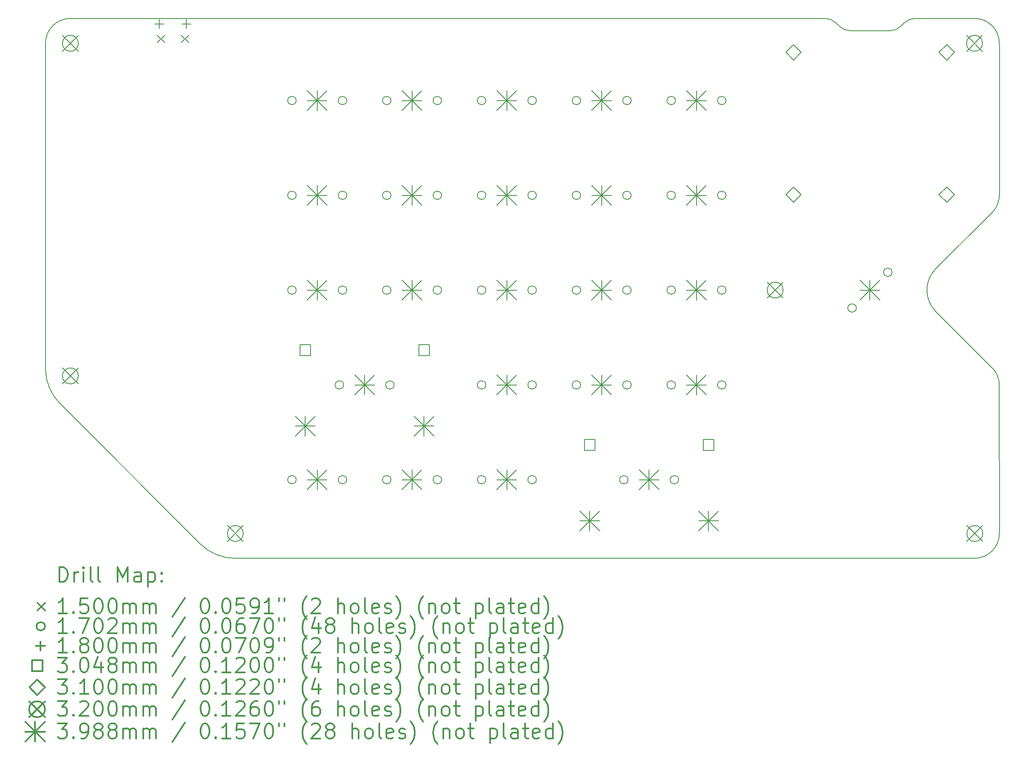
<source format=gbr>
%FSLAX45Y45*%
G04 Gerber Fmt 4.5, Leading zero omitted, Abs format (unit mm)*
G04 Created by KiCad (PCBNEW (5.1.10-1-10_14)) date 2021-11-02 16:23:37*
%MOMM*%
%LPD*%
G01*
G04 APERTURE LIST*
%TA.AperFunction,Profile*%
%ADD10C,0.200000*%
%TD*%
%ADD11C,0.200000*%
%ADD12C,0.300000*%
G04 APERTURE END LIST*
D10*
X32540000Y-2850000D02*
X32540000Y-9385787D01*
X32540000Y-2850000D02*
G75*
G02*
X33040000Y-2350000I500000J0D01*
G01*
X51558322Y-9367232D02*
G75*
G02*
X51704784Y-9720765I-353538J-353569D01*
G01*
X51705000Y-12700000D02*
X51704784Y-9720765D01*
X32832893Y-10092893D02*
G75*
G02*
X32540000Y-9385787I707107J707107D01*
G01*
X36354213Y-13200000D02*
G75*
G02*
X35647107Y-12907107I0J1000000D01*
G01*
X50425079Y-8234091D02*
G75*
G02*
X50425194Y-7385563I424322J424207D01*
G01*
X51558322Y-9367232D02*
X50425079Y-8234091D01*
X48488142Y-2507182D02*
X48418828Y-2437868D01*
X48700274Y-2595050D02*
G75*
G02*
X48488142Y-2507182I0J300000D01*
G01*
X49513746Y-2595050D02*
X48700274Y-2595050D01*
X49725878Y-2507182D02*
G75*
G02*
X49513746Y-2595050I-212132J212132D01*
G01*
X49795192Y-2437868D02*
X49725878Y-2507182D01*
X49795192Y-2437868D02*
G75*
G02*
X50007324Y-2350000I212132J-212132D01*
G01*
X51205000Y-2350000D02*
X50007324Y-2350000D01*
X51205000Y-2350000D02*
G75*
G02*
X51705000Y-2850000I0J-500000D01*
G01*
X48206696Y-2350000D02*
G75*
G02*
X48418828Y-2437868I0J-300000D01*
G01*
X48206696Y-2350000D02*
X33040000Y-2350000D01*
X32832893Y-10092893D02*
X35647107Y-12907107D01*
X51705000Y-12700000D02*
G75*
G02*
X51205000Y-13200000I-500000J0D01*
G01*
X36354214Y-13200000D02*
X51205000Y-13200000D01*
X51705000Y-5898957D02*
X51705000Y-2850000D01*
X51705000Y-5898957D02*
G75*
G02*
X51558506Y-6252558I-500000J0D01*
G01*
X50425194Y-7385563D02*
X51558506Y-6252558D01*
D11*
X34782500Y-2688000D02*
X34932500Y-2838000D01*
X34932500Y-2688000D02*
X34782500Y-2838000D01*
X35267500Y-2688000D02*
X35417500Y-2838000D01*
X35417500Y-2688000D02*
X35267500Y-2838000D01*
X37577090Y-4000000D02*
G75*
G03*
X37577090Y-4000000I-85090J0D01*
G01*
X37577090Y-5905000D02*
G75*
G03*
X37577090Y-5905000I-85090J0D01*
G01*
X37577090Y-7810000D02*
G75*
G03*
X37577090Y-7810000I-85090J0D01*
G01*
X37577090Y-11620000D02*
G75*
G03*
X37577090Y-11620000I-85090J0D01*
G01*
X38529590Y-9715000D02*
G75*
G03*
X38529590Y-9715000I-85090J0D01*
G01*
X38593090Y-4000000D02*
G75*
G03*
X38593090Y-4000000I-85090J0D01*
G01*
X38593090Y-5905000D02*
G75*
G03*
X38593090Y-5905000I-85090J0D01*
G01*
X38593090Y-7810000D02*
G75*
G03*
X38593090Y-7810000I-85090J0D01*
G01*
X38593090Y-11620000D02*
G75*
G03*
X38593090Y-11620000I-85090J0D01*
G01*
X39482090Y-4000000D02*
G75*
G03*
X39482090Y-4000000I-85090J0D01*
G01*
X39482090Y-5905000D02*
G75*
G03*
X39482090Y-5905000I-85090J0D01*
G01*
X39482090Y-7810000D02*
G75*
G03*
X39482090Y-7810000I-85090J0D01*
G01*
X39482090Y-11620000D02*
G75*
G03*
X39482090Y-11620000I-85090J0D01*
G01*
X39545590Y-9715000D02*
G75*
G03*
X39545590Y-9715000I-85090J0D01*
G01*
X40498090Y-4000000D02*
G75*
G03*
X40498090Y-4000000I-85090J0D01*
G01*
X40498090Y-5905000D02*
G75*
G03*
X40498090Y-5905000I-85090J0D01*
G01*
X40498090Y-7810000D02*
G75*
G03*
X40498090Y-7810000I-85090J0D01*
G01*
X40498090Y-11620000D02*
G75*
G03*
X40498090Y-11620000I-85090J0D01*
G01*
X41387090Y-4000000D02*
G75*
G03*
X41387090Y-4000000I-85090J0D01*
G01*
X41387090Y-5905000D02*
G75*
G03*
X41387090Y-5905000I-85090J0D01*
G01*
X41387090Y-7810000D02*
G75*
G03*
X41387090Y-7810000I-85090J0D01*
G01*
X41387090Y-9715000D02*
G75*
G03*
X41387090Y-9715000I-85090J0D01*
G01*
X41387090Y-11620000D02*
G75*
G03*
X41387090Y-11620000I-85090J0D01*
G01*
X42403090Y-4000000D02*
G75*
G03*
X42403090Y-4000000I-85090J0D01*
G01*
X42403090Y-5905000D02*
G75*
G03*
X42403090Y-5905000I-85090J0D01*
G01*
X42403090Y-7810000D02*
G75*
G03*
X42403090Y-7810000I-85090J0D01*
G01*
X42403090Y-9715000D02*
G75*
G03*
X42403090Y-9715000I-85090J0D01*
G01*
X42403090Y-11620000D02*
G75*
G03*
X42403090Y-11620000I-85090J0D01*
G01*
X43292090Y-4000000D02*
G75*
G03*
X43292090Y-4000000I-85090J0D01*
G01*
X43292090Y-5905000D02*
G75*
G03*
X43292090Y-5905000I-85090J0D01*
G01*
X43292090Y-7810000D02*
G75*
G03*
X43292090Y-7810000I-85090J0D01*
G01*
X43292090Y-9715000D02*
G75*
G03*
X43292090Y-9715000I-85090J0D01*
G01*
X44244590Y-11620000D02*
G75*
G03*
X44244590Y-11620000I-85090J0D01*
G01*
X44308090Y-4000000D02*
G75*
G03*
X44308090Y-4000000I-85090J0D01*
G01*
X44308090Y-5905000D02*
G75*
G03*
X44308090Y-5905000I-85090J0D01*
G01*
X44308090Y-7810000D02*
G75*
G03*
X44308090Y-7810000I-85090J0D01*
G01*
X44308090Y-9715000D02*
G75*
G03*
X44308090Y-9715000I-85090J0D01*
G01*
X45197090Y-4000000D02*
G75*
G03*
X45197090Y-4000000I-85090J0D01*
G01*
X45197090Y-5905000D02*
G75*
G03*
X45197090Y-5905000I-85090J0D01*
G01*
X45197090Y-7810000D02*
G75*
G03*
X45197090Y-7810000I-85090J0D01*
G01*
X45197090Y-9715000D02*
G75*
G03*
X45197090Y-9715000I-85090J0D01*
G01*
X45260590Y-11620000D02*
G75*
G03*
X45260590Y-11620000I-85090J0D01*
G01*
X46213090Y-4000000D02*
G75*
G03*
X46213090Y-4000000I-85090J0D01*
G01*
X46213090Y-5905000D02*
G75*
G03*
X46213090Y-5905000I-85090J0D01*
G01*
X46213090Y-7810000D02*
G75*
G03*
X46213090Y-7810000I-85090J0D01*
G01*
X46213090Y-9715000D02*
G75*
G03*
X46213090Y-9715000I-85090J0D01*
G01*
X48830880Y-8169210D02*
G75*
G03*
X48830880Y-8169210I-85090J0D01*
G01*
X49549300Y-7450790D02*
G75*
G03*
X49549300Y-7450790I-85090J0D01*
G01*
X34827500Y-2370000D02*
X34827500Y-2550000D01*
X34737500Y-2460000D02*
X34917500Y-2460000D01*
X35372500Y-2370000D02*
X35372500Y-2550000D01*
X35282500Y-2460000D02*
X35462500Y-2460000D01*
X37866464Y-9124264D02*
X37866464Y-8908736D01*
X37650936Y-8908736D01*
X37650936Y-9124264D01*
X37866464Y-9124264D01*
X40254064Y-9124264D02*
X40254064Y-8908736D01*
X40038536Y-8908736D01*
X40038536Y-9124264D01*
X40254064Y-9124264D01*
X43581464Y-11029264D02*
X43581464Y-10813736D01*
X43365936Y-10813736D01*
X43365936Y-11029264D01*
X43581464Y-11029264D01*
X45969064Y-11029264D02*
X45969064Y-10813736D01*
X45753536Y-10813736D01*
X45753536Y-11029264D01*
X45969064Y-11029264D01*
X47567740Y-3188300D02*
X47722740Y-3033300D01*
X47567740Y-2878300D01*
X47412740Y-3033300D01*
X47567740Y-3188300D01*
X47567740Y-6045700D02*
X47722740Y-5890700D01*
X47567740Y-5735700D01*
X47412740Y-5890700D01*
X47567740Y-6045700D01*
X50648260Y-3188300D02*
X50803260Y-3033300D01*
X50648260Y-2878300D01*
X50493260Y-3033300D01*
X50648260Y-3188300D01*
X50648260Y-6045700D02*
X50803260Y-5890700D01*
X50648260Y-5735700D01*
X50493260Y-5890700D01*
X50648260Y-6045700D01*
X32880000Y-2690000D02*
X33200000Y-3010000D01*
X33200000Y-2690000D02*
X32880000Y-3010000D01*
X33200000Y-2850000D02*
G75*
G03*
X33200000Y-2850000I-160000J0D01*
G01*
X32880000Y-9374000D02*
X33200000Y-9694000D01*
X33200000Y-9374000D02*
X32880000Y-9694000D01*
X33200000Y-9534000D02*
G75*
G03*
X33200000Y-9534000I-160000J0D01*
G01*
X36194214Y-12541000D02*
X36514214Y-12861000D01*
X36514214Y-12541000D02*
X36194214Y-12861000D01*
X36514214Y-12701000D02*
G75*
G03*
X36514214Y-12701000I-160000J0D01*
G01*
X47040000Y-7650000D02*
X47360000Y-7970000D01*
X47360000Y-7650000D02*
X47040000Y-7970000D01*
X47360000Y-7810000D02*
G75*
G03*
X47360000Y-7810000I-160000J0D01*
G01*
X51045000Y-2690000D02*
X51365000Y-3010000D01*
X51365000Y-2690000D02*
X51045000Y-3010000D01*
X51365000Y-2850000D02*
G75*
G03*
X51365000Y-2850000I-160000J0D01*
G01*
X51052000Y-12541000D02*
X51372000Y-12861000D01*
X51372000Y-12541000D02*
X51052000Y-12861000D01*
X51372000Y-12701000D02*
G75*
G03*
X51372000Y-12701000I-160000J0D01*
G01*
X37559310Y-10341110D02*
X37958090Y-10739890D01*
X37958090Y-10341110D02*
X37559310Y-10739890D01*
X37758700Y-10341110D02*
X37758700Y-10739890D01*
X37559310Y-10540500D02*
X37958090Y-10540500D01*
X37800610Y-3800610D02*
X38199390Y-4199390D01*
X38199390Y-3800610D02*
X37800610Y-4199390D01*
X38000000Y-3800610D02*
X38000000Y-4199390D01*
X37800610Y-4000000D02*
X38199390Y-4000000D01*
X37800610Y-5705610D02*
X38199390Y-6104390D01*
X38199390Y-5705610D02*
X37800610Y-6104390D01*
X38000000Y-5705610D02*
X38000000Y-6104390D01*
X37800610Y-5905000D02*
X38199390Y-5905000D01*
X37800610Y-7610610D02*
X38199390Y-8009390D01*
X38199390Y-7610610D02*
X37800610Y-8009390D01*
X38000000Y-7610610D02*
X38000000Y-8009390D01*
X37800610Y-7810000D02*
X38199390Y-7810000D01*
X37800610Y-11420610D02*
X38199390Y-11819390D01*
X38199390Y-11420610D02*
X37800610Y-11819390D01*
X38000000Y-11420610D02*
X38000000Y-11819390D01*
X37800610Y-11620000D02*
X38199390Y-11620000D01*
X38753110Y-9515610D02*
X39151890Y-9914390D01*
X39151890Y-9515610D02*
X38753110Y-9914390D01*
X38952500Y-9515610D02*
X38952500Y-9914390D01*
X38753110Y-9715000D02*
X39151890Y-9715000D01*
X39705610Y-3800610D02*
X40104390Y-4199390D01*
X40104390Y-3800610D02*
X39705610Y-4199390D01*
X39905000Y-3800610D02*
X39905000Y-4199390D01*
X39705610Y-4000000D02*
X40104390Y-4000000D01*
X39705610Y-5705610D02*
X40104390Y-6104390D01*
X40104390Y-5705610D02*
X39705610Y-6104390D01*
X39905000Y-5705610D02*
X39905000Y-6104390D01*
X39705610Y-5905000D02*
X40104390Y-5905000D01*
X39705610Y-7610610D02*
X40104390Y-8009390D01*
X40104390Y-7610610D02*
X39705610Y-8009390D01*
X39905000Y-7610610D02*
X39905000Y-8009390D01*
X39705610Y-7810000D02*
X40104390Y-7810000D01*
X39705610Y-11420610D02*
X40104390Y-11819390D01*
X40104390Y-11420610D02*
X39705610Y-11819390D01*
X39905000Y-11420610D02*
X39905000Y-11819390D01*
X39705610Y-11620000D02*
X40104390Y-11620000D01*
X39946910Y-10341110D02*
X40345690Y-10739890D01*
X40345690Y-10341110D02*
X39946910Y-10739890D01*
X40146300Y-10341110D02*
X40146300Y-10739890D01*
X39946910Y-10540500D02*
X40345690Y-10540500D01*
X41610610Y-3800610D02*
X42009390Y-4199390D01*
X42009390Y-3800610D02*
X41610610Y-4199390D01*
X41810000Y-3800610D02*
X41810000Y-4199390D01*
X41610610Y-4000000D02*
X42009390Y-4000000D01*
X41610610Y-5705610D02*
X42009390Y-6104390D01*
X42009390Y-5705610D02*
X41610610Y-6104390D01*
X41810000Y-5705610D02*
X41810000Y-6104390D01*
X41610610Y-5905000D02*
X42009390Y-5905000D01*
X41610610Y-7610610D02*
X42009390Y-8009390D01*
X42009390Y-7610610D02*
X41610610Y-8009390D01*
X41810000Y-7610610D02*
X41810000Y-8009390D01*
X41610610Y-7810000D02*
X42009390Y-7810000D01*
X41610610Y-9515610D02*
X42009390Y-9914390D01*
X42009390Y-9515610D02*
X41610610Y-9914390D01*
X41810000Y-9515610D02*
X41810000Y-9914390D01*
X41610610Y-9715000D02*
X42009390Y-9715000D01*
X41610610Y-11420610D02*
X42009390Y-11819390D01*
X42009390Y-11420610D02*
X41610610Y-11819390D01*
X41810000Y-11420610D02*
X41810000Y-11819390D01*
X41610610Y-11620000D02*
X42009390Y-11620000D01*
X43274310Y-12246110D02*
X43673090Y-12644890D01*
X43673090Y-12246110D02*
X43274310Y-12644890D01*
X43473700Y-12246110D02*
X43473700Y-12644890D01*
X43274310Y-12445500D02*
X43673090Y-12445500D01*
X43515610Y-3800610D02*
X43914390Y-4199390D01*
X43914390Y-3800610D02*
X43515610Y-4199390D01*
X43715000Y-3800610D02*
X43715000Y-4199390D01*
X43515610Y-4000000D02*
X43914390Y-4000000D01*
X43515610Y-5705610D02*
X43914390Y-6104390D01*
X43914390Y-5705610D02*
X43515610Y-6104390D01*
X43715000Y-5705610D02*
X43715000Y-6104390D01*
X43515610Y-5905000D02*
X43914390Y-5905000D01*
X43515610Y-7610610D02*
X43914390Y-8009390D01*
X43914390Y-7610610D02*
X43515610Y-8009390D01*
X43715000Y-7610610D02*
X43715000Y-8009390D01*
X43515610Y-7810000D02*
X43914390Y-7810000D01*
X43515610Y-9515610D02*
X43914390Y-9914390D01*
X43914390Y-9515610D02*
X43515610Y-9914390D01*
X43715000Y-9515610D02*
X43715000Y-9914390D01*
X43515610Y-9715000D02*
X43914390Y-9715000D01*
X44468110Y-11420610D02*
X44866890Y-11819390D01*
X44866890Y-11420610D02*
X44468110Y-11819390D01*
X44667500Y-11420610D02*
X44667500Y-11819390D01*
X44468110Y-11620000D02*
X44866890Y-11620000D01*
X45420610Y-3800610D02*
X45819390Y-4199390D01*
X45819390Y-3800610D02*
X45420610Y-4199390D01*
X45620000Y-3800610D02*
X45620000Y-4199390D01*
X45420610Y-4000000D02*
X45819390Y-4000000D01*
X45420610Y-5705610D02*
X45819390Y-6104390D01*
X45819390Y-5705610D02*
X45420610Y-6104390D01*
X45620000Y-5705610D02*
X45620000Y-6104390D01*
X45420610Y-5905000D02*
X45819390Y-5905000D01*
X45420610Y-7610610D02*
X45819390Y-8009390D01*
X45819390Y-7610610D02*
X45420610Y-8009390D01*
X45620000Y-7610610D02*
X45620000Y-8009390D01*
X45420610Y-7810000D02*
X45819390Y-7810000D01*
X45420610Y-9515610D02*
X45819390Y-9914390D01*
X45819390Y-9515610D02*
X45420610Y-9914390D01*
X45620000Y-9515610D02*
X45620000Y-9914390D01*
X45420610Y-9715000D02*
X45819390Y-9715000D01*
X45661910Y-12246110D02*
X46060690Y-12644890D01*
X46060690Y-12246110D02*
X45661910Y-12644890D01*
X45861300Y-12246110D02*
X45861300Y-12644890D01*
X45661910Y-12445500D02*
X46060690Y-12445500D01*
X48905610Y-7610610D02*
X49304390Y-8009390D01*
X49304390Y-7610610D02*
X48905610Y-8009390D01*
X49105000Y-7610610D02*
X49105000Y-8009390D01*
X48905610Y-7810000D02*
X49304390Y-7810000D01*
D12*
X32816428Y-13675714D02*
X32816428Y-13375714D01*
X32887857Y-13375714D01*
X32930714Y-13390000D01*
X32959285Y-13418572D01*
X32973571Y-13447143D01*
X32987857Y-13504286D01*
X32987857Y-13547143D01*
X32973571Y-13604286D01*
X32959285Y-13632857D01*
X32930714Y-13661429D01*
X32887857Y-13675714D01*
X32816428Y-13675714D01*
X33116428Y-13675714D02*
X33116428Y-13475714D01*
X33116428Y-13532857D02*
X33130714Y-13504286D01*
X33145000Y-13490000D01*
X33173571Y-13475714D01*
X33202143Y-13475714D01*
X33302143Y-13675714D02*
X33302143Y-13475714D01*
X33302143Y-13375714D02*
X33287857Y-13390000D01*
X33302143Y-13404286D01*
X33316428Y-13390000D01*
X33302143Y-13375714D01*
X33302143Y-13404286D01*
X33487857Y-13675714D02*
X33459285Y-13661429D01*
X33445000Y-13632857D01*
X33445000Y-13375714D01*
X33645000Y-13675714D02*
X33616428Y-13661429D01*
X33602143Y-13632857D01*
X33602143Y-13375714D01*
X33987857Y-13675714D02*
X33987857Y-13375714D01*
X34087857Y-13590000D01*
X34187857Y-13375714D01*
X34187857Y-13675714D01*
X34459286Y-13675714D02*
X34459286Y-13518572D01*
X34445000Y-13490000D01*
X34416428Y-13475714D01*
X34359286Y-13475714D01*
X34330714Y-13490000D01*
X34459286Y-13661429D02*
X34430714Y-13675714D01*
X34359286Y-13675714D01*
X34330714Y-13661429D01*
X34316428Y-13632857D01*
X34316428Y-13604286D01*
X34330714Y-13575714D01*
X34359286Y-13561429D01*
X34430714Y-13561429D01*
X34459286Y-13547143D01*
X34602143Y-13475714D02*
X34602143Y-13775714D01*
X34602143Y-13490000D02*
X34630714Y-13475714D01*
X34687857Y-13475714D01*
X34716428Y-13490000D01*
X34730714Y-13504286D01*
X34745000Y-13532857D01*
X34745000Y-13618572D01*
X34730714Y-13647143D01*
X34716428Y-13661429D01*
X34687857Y-13675714D01*
X34630714Y-13675714D01*
X34602143Y-13661429D01*
X34873571Y-13647143D02*
X34887857Y-13661429D01*
X34873571Y-13675714D01*
X34859286Y-13661429D01*
X34873571Y-13647143D01*
X34873571Y-13675714D01*
X34873571Y-13490000D02*
X34887857Y-13504286D01*
X34873571Y-13518572D01*
X34859286Y-13504286D01*
X34873571Y-13490000D01*
X34873571Y-13518572D01*
X32380000Y-14095000D02*
X32530000Y-14245000D01*
X32530000Y-14095000D02*
X32380000Y-14245000D01*
X32973571Y-14305714D02*
X32802143Y-14305714D01*
X32887857Y-14305714D02*
X32887857Y-14005714D01*
X32859285Y-14048572D01*
X32830714Y-14077143D01*
X32802143Y-14091429D01*
X33102143Y-14277143D02*
X33116428Y-14291429D01*
X33102143Y-14305714D01*
X33087857Y-14291429D01*
X33102143Y-14277143D01*
X33102143Y-14305714D01*
X33387857Y-14005714D02*
X33245000Y-14005714D01*
X33230714Y-14148572D01*
X33245000Y-14134286D01*
X33273571Y-14120000D01*
X33345000Y-14120000D01*
X33373571Y-14134286D01*
X33387857Y-14148572D01*
X33402143Y-14177143D01*
X33402143Y-14248572D01*
X33387857Y-14277143D01*
X33373571Y-14291429D01*
X33345000Y-14305714D01*
X33273571Y-14305714D01*
X33245000Y-14291429D01*
X33230714Y-14277143D01*
X33587857Y-14005714D02*
X33616428Y-14005714D01*
X33645000Y-14020000D01*
X33659286Y-14034286D01*
X33673571Y-14062857D01*
X33687857Y-14120000D01*
X33687857Y-14191429D01*
X33673571Y-14248572D01*
X33659286Y-14277143D01*
X33645000Y-14291429D01*
X33616428Y-14305714D01*
X33587857Y-14305714D01*
X33559286Y-14291429D01*
X33545000Y-14277143D01*
X33530714Y-14248572D01*
X33516428Y-14191429D01*
X33516428Y-14120000D01*
X33530714Y-14062857D01*
X33545000Y-14034286D01*
X33559286Y-14020000D01*
X33587857Y-14005714D01*
X33873571Y-14005714D02*
X33902143Y-14005714D01*
X33930714Y-14020000D01*
X33945000Y-14034286D01*
X33959286Y-14062857D01*
X33973571Y-14120000D01*
X33973571Y-14191429D01*
X33959286Y-14248572D01*
X33945000Y-14277143D01*
X33930714Y-14291429D01*
X33902143Y-14305714D01*
X33873571Y-14305714D01*
X33845000Y-14291429D01*
X33830714Y-14277143D01*
X33816428Y-14248572D01*
X33802143Y-14191429D01*
X33802143Y-14120000D01*
X33816428Y-14062857D01*
X33830714Y-14034286D01*
X33845000Y-14020000D01*
X33873571Y-14005714D01*
X34102143Y-14305714D02*
X34102143Y-14105714D01*
X34102143Y-14134286D02*
X34116428Y-14120000D01*
X34145000Y-14105714D01*
X34187857Y-14105714D01*
X34216428Y-14120000D01*
X34230714Y-14148572D01*
X34230714Y-14305714D01*
X34230714Y-14148572D02*
X34245000Y-14120000D01*
X34273571Y-14105714D01*
X34316428Y-14105714D01*
X34345000Y-14120000D01*
X34359286Y-14148572D01*
X34359286Y-14305714D01*
X34502143Y-14305714D02*
X34502143Y-14105714D01*
X34502143Y-14134286D02*
X34516428Y-14120000D01*
X34545000Y-14105714D01*
X34587857Y-14105714D01*
X34616428Y-14120000D01*
X34630714Y-14148572D01*
X34630714Y-14305714D01*
X34630714Y-14148572D02*
X34645000Y-14120000D01*
X34673571Y-14105714D01*
X34716428Y-14105714D01*
X34745000Y-14120000D01*
X34759286Y-14148572D01*
X34759286Y-14305714D01*
X35345000Y-13991429D02*
X35087857Y-14377143D01*
X35730714Y-14005714D02*
X35759286Y-14005714D01*
X35787857Y-14020000D01*
X35802143Y-14034286D01*
X35816428Y-14062857D01*
X35830714Y-14120000D01*
X35830714Y-14191429D01*
X35816428Y-14248572D01*
X35802143Y-14277143D01*
X35787857Y-14291429D01*
X35759286Y-14305714D01*
X35730714Y-14305714D01*
X35702143Y-14291429D01*
X35687857Y-14277143D01*
X35673571Y-14248572D01*
X35659286Y-14191429D01*
X35659286Y-14120000D01*
X35673571Y-14062857D01*
X35687857Y-14034286D01*
X35702143Y-14020000D01*
X35730714Y-14005714D01*
X35959286Y-14277143D02*
X35973571Y-14291429D01*
X35959286Y-14305714D01*
X35945000Y-14291429D01*
X35959286Y-14277143D01*
X35959286Y-14305714D01*
X36159286Y-14005714D02*
X36187857Y-14005714D01*
X36216428Y-14020000D01*
X36230714Y-14034286D01*
X36245000Y-14062857D01*
X36259286Y-14120000D01*
X36259286Y-14191429D01*
X36245000Y-14248572D01*
X36230714Y-14277143D01*
X36216428Y-14291429D01*
X36187857Y-14305714D01*
X36159286Y-14305714D01*
X36130714Y-14291429D01*
X36116428Y-14277143D01*
X36102143Y-14248572D01*
X36087857Y-14191429D01*
X36087857Y-14120000D01*
X36102143Y-14062857D01*
X36116428Y-14034286D01*
X36130714Y-14020000D01*
X36159286Y-14005714D01*
X36530714Y-14005714D02*
X36387857Y-14005714D01*
X36373571Y-14148572D01*
X36387857Y-14134286D01*
X36416428Y-14120000D01*
X36487857Y-14120000D01*
X36516428Y-14134286D01*
X36530714Y-14148572D01*
X36545000Y-14177143D01*
X36545000Y-14248572D01*
X36530714Y-14277143D01*
X36516428Y-14291429D01*
X36487857Y-14305714D01*
X36416428Y-14305714D01*
X36387857Y-14291429D01*
X36373571Y-14277143D01*
X36687857Y-14305714D02*
X36745000Y-14305714D01*
X36773571Y-14291429D01*
X36787857Y-14277143D01*
X36816428Y-14234286D01*
X36830714Y-14177143D01*
X36830714Y-14062857D01*
X36816428Y-14034286D01*
X36802143Y-14020000D01*
X36773571Y-14005714D01*
X36716428Y-14005714D01*
X36687857Y-14020000D01*
X36673571Y-14034286D01*
X36659286Y-14062857D01*
X36659286Y-14134286D01*
X36673571Y-14162857D01*
X36687857Y-14177143D01*
X36716428Y-14191429D01*
X36773571Y-14191429D01*
X36802143Y-14177143D01*
X36816428Y-14162857D01*
X36830714Y-14134286D01*
X37116428Y-14305714D02*
X36945000Y-14305714D01*
X37030714Y-14305714D02*
X37030714Y-14005714D01*
X37002143Y-14048572D01*
X36973571Y-14077143D01*
X36945000Y-14091429D01*
X37230714Y-14005714D02*
X37230714Y-14062857D01*
X37345000Y-14005714D02*
X37345000Y-14062857D01*
X37787857Y-14420000D02*
X37773571Y-14405714D01*
X37745000Y-14362857D01*
X37730714Y-14334286D01*
X37716428Y-14291429D01*
X37702143Y-14220000D01*
X37702143Y-14162857D01*
X37716428Y-14091429D01*
X37730714Y-14048572D01*
X37745000Y-14020000D01*
X37773571Y-13977143D01*
X37787857Y-13962857D01*
X37887857Y-14034286D02*
X37902143Y-14020000D01*
X37930714Y-14005714D01*
X38002143Y-14005714D01*
X38030714Y-14020000D01*
X38045000Y-14034286D01*
X38059286Y-14062857D01*
X38059286Y-14091429D01*
X38045000Y-14134286D01*
X37873571Y-14305714D01*
X38059286Y-14305714D01*
X38416428Y-14305714D02*
X38416428Y-14005714D01*
X38545000Y-14305714D02*
X38545000Y-14148572D01*
X38530714Y-14120000D01*
X38502143Y-14105714D01*
X38459286Y-14105714D01*
X38430714Y-14120000D01*
X38416428Y-14134286D01*
X38730714Y-14305714D02*
X38702143Y-14291429D01*
X38687857Y-14277143D01*
X38673571Y-14248572D01*
X38673571Y-14162857D01*
X38687857Y-14134286D01*
X38702143Y-14120000D01*
X38730714Y-14105714D01*
X38773571Y-14105714D01*
X38802143Y-14120000D01*
X38816428Y-14134286D01*
X38830714Y-14162857D01*
X38830714Y-14248572D01*
X38816428Y-14277143D01*
X38802143Y-14291429D01*
X38773571Y-14305714D01*
X38730714Y-14305714D01*
X39002143Y-14305714D02*
X38973571Y-14291429D01*
X38959286Y-14262857D01*
X38959286Y-14005714D01*
X39230714Y-14291429D02*
X39202143Y-14305714D01*
X39145000Y-14305714D01*
X39116428Y-14291429D01*
X39102143Y-14262857D01*
X39102143Y-14148572D01*
X39116428Y-14120000D01*
X39145000Y-14105714D01*
X39202143Y-14105714D01*
X39230714Y-14120000D01*
X39245000Y-14148572D01*
X39245000Y-14177143D01*
X39102143Y-14205714D01*
X39359286Y-14291429D02*
X39387857Y-14305714D01*
X39445000Y-14305714D01*
X39473571Y-14291429D01*
X39487857Y-14262857D01*
X39487857Y-14248572D01*
X39473571Y-14220000D01*
X39445000Y-14205714D01*
X39402143Y-14205714D01*
X39373571Y-14191429D01*
X39359286Y-14162857D01*
X39359286Y-14148572D01*
X39373571Y-14120000D01*
X39402143Y-14105714D01*
X39445000Y-14105714D01*
X39473571Y-14120000D01*
X39587857Y-14420000D02*
X39602143Y-14405714D01*
X39630714Y-14362857D01*
X39645000Y-14334286D01*
X39659286Y-14291429D01*
X39673571Y-14220000D01*
X39673571Y-14162857D01*
X39659286Y-14091429D01*
X39645000Y-14048572D01*
X39630714Y-14020000D01*
X39602143Y-13977143D01*
X39587857Y-13962857D01*
X40130714Y-14420000D02*
X40116428Y-14405714D01*
X40087857Y-14362857D01*
X40073571Y-14334286D01*
X40059286Y-14291429D01*
X40045000Y-14220000D01*
X40045000Y-14162857D01*
X40059286Y-14091429D01*
X40073571Y-14048572D01*
X40087857Y-14020000D01*
X40116428Y-13977143D01*
X40130714Y-13962857D01*
X40245000Y-14105714D02*
X40245000Y-14305714D01*
X40245000Y-14134286D02*
X40259286Y-14120000D01*
X40287857Y-14105714D01*
X40330714Y-14105714D01*
X40359286Y-14120000D01*
X40373571Y-14148572D01*
X40373571Y-14305714D01*
X40559286Y-14305714D02*
X40530714Y-14291429D01*
X40516428Y-14277143D01*
X40502143Y-14248572D01*
X40502143Y-14162857D01*
X40516428Y-14134286D01*
X40530714Y-14120000D01*
X40559286Y-14105714D01*
X40602143Y-14105714D01*
X40630714Y-14120000D01*
X40645000Y-14134286D01*
X40659286Y-14162857D01*
X40659286Y-14248572D01*
X40645000Y-14277143D01*
X40630714Y-14291429D01*
X40602143Y-14305714D01*
X40559286Y-14305714D01*
X40745000Y-14105714D02*
X40859286Y-14105714D01*
X40787857Y-14005714D02*
X40787857Y-14262857D01*
X40802143Y-14291429D01*
X40830714Y-14305714D01*
X40859286Y-14305714D01*
X41187857Y-14105714D02*
X41187857Y-14405714D01*
X41187857Y-14120000D02*
X41216428Y-14105714D01*
X41273571Y-14105714D01*
X41302143Y-14120000D01*
X41316428Y-14134286D01*
X41330714Y-14162857D01*
X41330714Y-14248572D01*
X41316428Y-14277143D01*
X41302143Y-14291429D01*
X41273571Y-14305714D01*
X41216428Y-14305714D01*
X41187857Y-14291429D01*
X41502143Y-14305714D02*
X41473571Y-14291429D01*
X41459286Y-14262857D01*
X41459286Y-14005714D01*
X41745000Y-14305714D02*
X41745000Y-14148572D01*
X41730714Y-14120000D01*
X41702143Y-14105714D01*
X41645000Y-14105714D01*
X41616428Y-14120000D01*
X41745000Y-14291429D02*
X41716428Y-14305714D01*
X41645000Y-14305714D01*
X41616428Y-14291429D01*
X41602143Y-14262857D01*
X41602143Y-14234286D01*
X41616428Y-14205714D01*
X41645000Y-14191429D01*
X41716428Y-14191429D01*
X41745000Y-14177143D01*
X41845000Y-14105714D02*
X41959286Y-14105714D01*
X41887857Y-14005714D02*
X41887857Y-14262857D01*
X41902143Y-14291429D01*
X41930714Y-14305714D01*
X41959286Y-14305714D01*
X42173571Y-14291429D02*
X42145000Y-14305714D01*
X42087857Y-14305714D01*
X42059286Y-14291429D01*
X42045000Y-14262857D01*
X42045000Y-14148572D01*
X42059286Y-14120000D01*
X42087857Y-14105714D01*
X42145000Y-14105714D01*
X42173571Y-14120000D01*
X42187857Y-14148572D01*
X42187857Y-14177143D01*
X42045000Y-14205714D01*
X42445000Y-14305714D02*
X42445000Y-14005714D01*
X42445000Y-14291429D02*
X42416428Y-14305714D01*
X42359286Y-14305714D01*
X42330714Y-14291429D01*
X42316428Y-14277143D01*
X42302143Y-14248572D01*
X42302143Y-14162857D01*
X42316428Y-14134286D01*
X42330714Y-14120000D01*
X42359286Y-14105714D01*
X42416428Y-14105714D01*
X42445000Y-14120000D01*
X42559286Y-14420000D02*
X42573571Y-14405714D01*
X42602143Y-14362857D01*
X42616428Y-14334286D01*
X42630714Y-14291429D01*
X42645000Y-14220000D01*
X42645000Y-14162857D01*
X42630714Y-14091429D01*
X42616428Y-14048572D01*
X42602143Y-14020000D01*
X42573571Y-13977143D01*
X42559286Y-13962857D01*
X32530000Y-14566000D02*
G75*
G03*
X32530000Y-14566000I-85090J0D01*
G01*
X32973571Y-14701714D02*
X32802143Y-14701714D01*
X32887857Y-14701714D02*
X32887857Y-14401714D01*
X32859285Y-14444572D01*
X32830714Y-14473143D01*
X32802143Y-14487429D01*
X33102143Y-14673143D02*
X33116428Y-14687429D01*
X33102143Y-14701714D01*
X33087857Y-14687429D01*
X33102143Y-14673143D01*
X33102143Y-14701714D01*
X33216428Y-14401714D02*
X33416428Y-14401714D01*
X33287857Y-14701714D01*
X33587857Y-14401714D02*
X33616428Y-14401714D01*
X33645000Y-14416000D01*
X33659286Y-14430286D01*
X33673571Y-14458857D01*
X33687857Y-14516000D01*
X33687857Y-14587429D01*
X33673571Y-14644572D01*
X33659286Y-14673143D01*
X33645000Y-14687429D01*
X33616428Y-14701714D01*
X33587857Y-14701714D01*
X33559286Y-14687429D01*
X33545000Y-14673143D01*
X33530714Y-14644572D01*
X33516428Y-14587429D01*
X33516428Y-14516000D01*
X33530714Y-14458857D01*
X33545000Y-14430286D01*
X33559286Y-14416000D01*
X33587857Y-14401714D01*
X33802143Y-14430286D02*
X33816428Y-14416000D01*
X33845000Y-14401714D01*
X33916428Y-14401714D01*
X33945000Y-14416000D01*
X33959286Y-14430286D01*
X33973571Y-14458857D01*
X33973571Y-14487429D01*
X33959286Y-14530286D01*
X33787857Y-14701714D01*
X33973571Y-14701714D01*
X34102143Y-14701714D02*
X34102143Y-14501714D01*
X34102143Y-14530286D02*
X34116428Y-14516000D01*
X34145000Y-14501714D01*
X34187857Y-14501714D01*
X34216428Y-14516000D01*
X34230714Y-14544572D01*
X34230714Y-14701714D01*
X34230714Y-14544572D02*
X34245000Y-14516000D01*
X34273571Y-14501714D01*
X34316428Y-14501714D01*
X34345000Y-14516000D01*
X34359286Y-14544572D01*
X34359286Y-14701714D01*
X34502143Y-14701714D02*
X34502143Y-14501714D01*
X34502143Y-14530286D02*
X34516428Y-14516000D01*
X34545000Y-14501714D01*
X34587857Y-14501714D01*
X34616428Y-14516000D01*
X34630714Y-14544572D01*
X34630714Y-14701714D01*
X34630714Y-14544572D02*
X34645000Y-14516000D01*
X34673571Y-14501714D01*
X34716428Y-14501714D01*
X34745000Y-14516000D01*
X34759286Y-14544572D01*
X34759286Y-14701714D01*
X35345000Y-14387429D02*
X35087857Y-14773143D01*
X35730714Y-14401714D02*
X35759286Y-14401714D01*
X35787857Y-14416000D01*
X35802143Y-14430286D01*
X35816428Y-14458857D01*
X35830714Y-14516000D01*
X35830714Y-14587429D01*
X35816428Y-14644572D01*
X35802143Y-14673143D01*
X35787857Y-14687429D01*
X35759286Y-14701714D01*
X35730714Y-14701714D01*
X35702143Y-14687429D01*
X35687857Y-14673143D01*
X35673571Y-14644572D01*
X35659286Y-14587429D01*
X35659286Y-14516000D01*
X35673571Y-14458857D01*
X35687857Y-14430286D01*
X35702143Y-14416000D01*
X35730714Y-14401714D01*
X35959286Y-14673143D02*
X35973571Y-14687429D01*
X35959286Y-14701714D01*
X35945000Y-14687429D01*
X35959286Y-14673143D01*
X35959286Y-14701714D01*
X36159286Y-14401714D02*
X36187857Y-14401714D01*
X36216428Y-14416000D01*
X36230714Y-14430286D01*
X36245000Y-14458857D01*
X36259286Y-14516000D01*
X36259286Y-14587429D01*
X36245000Y-14644572D01*
X36230714Y-14673143D01*
X36216428Y-14687429D01*
X36187857Y-14701714D01*
X36159286Y-14701714D01*
X36130714Y-14687429D01*
X36116428Y-14673143D01*
X36102143Y-14644572D01*
X36087857Y-14587429D01*
X36087857Y-14516000D01*
X36102143Y-14458857D01*
X36116428Y-14430286D01*
X36130714Y-14416000D01*
X36159286Y-14401714D01*
X36516428Y-14401714D02*
X36459286Y-14401714D01*
X36430714Y-14416000D01*
X36416428Y-14430286D01*
X36387857Y-14473143D01*
X36373571Y-14530286D01*
X36373571Y-14644572D01*
X36387857Y-14673143D01*
X36402143Y-14687429D01*
X36430714Y-14701714D01*
X36487857Y-14701714D01*
X36516428Y-14687429D01*
X36530714Y-14673143D01*
X36545000Y-14644572D01*
X36545000Y-14573143D01*
X36530714Y-14544572D01*
X36516428Y-14530286D01*
X36487857Y-14516000D01*
X36430714Y-14516000D01*
X36402143Y-14530286D01*
X36387857Y-14544572D01*
X36373571Y-14573143D01*
X36645000Y-14401714D02*
X36845000Y-14401714D01*
X36716428Y-14701714D01*
X37016428Y-14401714D02*
X37045000Y-14401714D01*
X37073571Y-14416000D01*
X37087857Y-14430286D01*
X37102143Y-14458857D01*
X37116428Y-14516000D01*
X37116428Y-14587429D01*
X37102143Y-14644572D01*
X37087857Y-14673143D01*
X37073571Y-14687429D01*
X37045000Y-14701714D01*
X37016428Y-14701714D01*
X36987857Y-14687429D01*
X36973571Y-14673143D01*
X36959286Y-14644572D01*
X36945000Y-14587429D01*
X36945000Y-14516000D01*
X36959286Y-14458857D01*
X36973571Y-14430286D01*
X36987857Y-14416000D01*
X37016428Y-14401714D01*
X37230714Y-14401714D02*
X37230714Y-14458857D01*
X37345000Y-14401714D02*
X37345000Y-14458857D01*
X37787857Y-14816000D02*
X37773571Y-14801714D01*
X37745000Y-14758857D01*
X37730714Y-14730286D01*
X37716428Y-14687429D01*
X37702143Y-14616000D01*
X37702143Y-14558857D01*
X37716428Y-14487429D01*
X37730714Y-14444572D01*
X37745000Y-14416000D01*
X37773571Y-14373143D01*
X37787857Y-14358857D01*
X38030714Y-14501714D02*
X38030714Y-14701714D01*
X37959286Y-14387429D02*
X37887857Y-14601714D01*
X38073571Y-14601714D01*
X38230714Y-14530286D02*
X38202143Y-14516000D01*
X38187857Y-14501714D01*
X38173571Y-14473143D01*
X38173571Y-14458857D01*
X38187857Y-14430286D01*
X38202143Y-14416000D01*
X38230714Y-14401714D01*
X38287857Y-14401714D01*
X38316428Y-14416000D01*
X38330714Y-14430286D01*
X38345000Y-14458857D01*
X38345000Y-14473143D01*
X38330714Y-14501714D01*
X38316428Y-14516000D01*
X38287857Y-14530286D01*
X38230714Y-14530286D01*
X38202143Y-14544572D01*
X38187857Y-14558857D01*
X38173571Y-14587429D01*
X38173571Y-14644572D01*
X38187857Y-14673143D01*
X38202143Y-14687429D01*
X38230714Y-14701714D01*
X38287857Y-14701714D01*
X38316428Y-14687429D01*
X38330714Y-14673143D01*
X38345000Y-14644572D01*
X38345000Y-14587429D01*
X38330714Y-14558857D01*
X38316428Y-14544572D01*
X38287857Y-14530286D01*
X38702143Y-14701714D02*
X38702143Y-14401714D01*
X38830714Y-14701714D02*
X38830714Y-14544572D01*
X38816428Y-14516000D01*
X38787857Y-14501714D01*
X38745000Y-14501714D01*
X38716428Y-14516000D01*
X38702143Y-14530286D01*
X39016428Y-14701714D02*
X38987857Y-14687429D01*
X38973571Y-14673143D01*
X38959286Y-14644572D01*
X38959286Y-14558857D01*
X38973571Y-14530286D01*
X38987857Y-14516000D01*
X39016428Y-14501714D01*
X39059286Y-14501714D01*
X39087857Y-14516000D01*
X39102143Y-14530286D01*
X39116428Y-14558857D01*
X39116428Y-14644572D01*
X39102143Y-14673143D01*
X39087857Y-14687429D01*
X39059286Y-14701714D01*
X39016428Y-14701714D01*
X39287857Y-14701714D02*
X39259286Y-14687429D01*
X39245000Y-14658857D01*
X39245000Y-14401714D01*
X39516428Y-14687429D02*
X39487857Y-14701714D01*
X39430714Y-14701714D01*
X39402143Y-14687429D01*
X39387857Y-14658857D01*
X39387857Y-14544572D01*
X39402143Y-14516000D01*
X39430714Y-14501714D01*
X39487857Y-14501714D01*
X39516428Y-14516000D01*
X39530714Y-14544572D01*
X39530714Y-14573143D01*
X39387857Y-14601714D01*
X39645000Y-14687429D02*
X39673571Y-14701714D01*
X39730714Y-14701714D01*
X39759286Y-14687429D01*
X39773571Y-14658857D01*
X39773571Y-14644572D01*
X39759286Y-14616000D01*
X39730714Y-14601714D01*
X39687857Y-14601714D01*
X39659286Y-14587429D01*
X39645000Y-14558857D01*
X39645000Y-14544572D01*
X39659286Y-14516000D01*
X39687857Y-14501714D01*
X39730714Y-14501714D01*
X39759286Y-14516000D01*
X39873571Y-14816000D02*
X39887857Y-14801714D01*
X39916428Y-14758857D01*
X39930714Y-14730286D01*
X39945000Y-14687429D01*
X39959286Y-14616000D01*
X39959286Y-14558857D01*
X39945000Y-14487429D01*
X39930714Y-14444572D01*
X39916428Y-14416000D01*
X39887857Y-14373143D01*
X39873571Y-14358857D01*
X40416428Y-14816000D02*
X40402143Y-14801714D01*
X40373571Y-14758857D01*
X40359286Y-14730286D01*
X40345000Y-14687429D01*
X40330714Y-14616000D01*
X40330714Y-14558857D01*
X40345000Y-14487429D01*
X40359286Y-14444572D01*
X40373571Y-14416000D01*
X40402143Y-14373143D01*
X40416428Y-14358857D01*
X40530714Y-14501714D02*
X40530714Y-14701714D01*
X40530714Y-14530286D02*
X40545000Y-14516000D01*
X40573571Y-14501714D01*
X40616428Y-14501714D01*
X40645000Y-14516000D01*
X40659286Y-14544572D01*
X40659286Y-14701714D01*
X40845000Y-14701714D02*
X40816428Y-14687429D01*
X40802143Y-14673143D01*
X40787857Y-14644572D01*
X40787857Y-14558857D01*
X40802143Y-14530286D01*
X40816428Y-14516000D01*
X40845000Y-14501714D01*
X40887857Y-14501714D01*
X40916428Y-14516000D01*
X40930714Y-14530286D01*
X40945000Y-14558857D01*
X40945000Y-14644572D01*
X40930714Y-14673143D01*
X40916428Y-14687429D01*
X40887857Y-14701714D01*
X40845000Y-14701714D01*
X41030714Y-14501714D02*
X41145000Y-14501714D01*
X41073571Y-14401714D02*
X41073571Y-14658857D01*
X41087857Y-14687429D01*
X41116428Y-14701714D01*
X41145000Y-14701714D01*
X41473571Y-14501714D02*
X41473571Y-14801714D01*
X41473571Y-14516000D02*
X41502143Y-14501714D01*
X41559286Y-14501714D01*
X41587857Y-14516000D01*
X41602143Y-14530286D01*
X41616428Y-14558857D01*
X41616428Y-14644572D01*
X41602143Y-14673143D01*
X41587857Y-14687429D01*
X41559286Y-14701714D01*
X41502143Y-14701714D01*
X41473571Y-14687429D01*
X41787857Y-14701714D02*
X41759286Y-14687429D01*
X41745000Y-14658857D01*
X41745000Y-14401714D01*
X42030714Y-14701714D02*
X42030714Y-14544572D01*
X42016428Y-14516000D01*
X41987857Y-14501714D01*
X41930714Y-14501714D01*
X41902143Y-14516000D01*
X42030714Y-14687429D02*
X42002143Y-14701714D01*
X41930714Y-14701714D01*
X41902143Y-14687429D01*
X41887857Y-14658857D01*
X41887857Y-14630286D01*
X41902143Y-14601714D01*
X41930714Y-14587429D01*
X42002143Y-14587429D01*
X42030714Y-14573143D01*
X42130714Y-14501714D02*
X42245000Y-14501714D01*
X42173571Y-14401714D02*
X42173571Y-14658857D01*
X42187857Y-14687429D01*
X42216428Y-14701714D01*
X42245000Y-14701714D01*
X42459286Y-14687429D02*
X42430714Y-14701714D01*
X42373571Y-14701714D01*
X42345000Y-14687429D01*
X42330714Y-14658857D01*
X42330714Y-14544572D01*
X42345000Y-14516000D01*
X42373571Y-14501714D01*
X42430714Y-14501714D01*
X42459286Y-14516000D01*
X42473571Y-14544572D01*
X42473571Y-14573143D01*
X42330714Y-14601714D01*
X42730714Y-14701714D02*
X42730714Y-14401714D01*
X42730714Y-14687429D02*
X42702143Y-14701714D01*
X42645000Y-14701714D01*
X42616428Y-14687429D01*
X42602143Y-14673143D01*
X42587857Y-14644572D01*
X42587857Y-14558857D01*
X42602143Y-14530286D01*
X42616428Y-14516000D01*
X42645000Y-14501714D01*
X42702143Y-14501714D01*
X42730714Y-14516000D01*
X42845000Y-14816000D02*
X42859286Y-14801714D01*
X42887857Y-14758857D01*
X42902143Y-14730286D01*
X42916428Y-14687429D01*
X42930714Y-14616000D01*
X42930714Y-14558857D01*
X42916428Y-14487429D01*
X42902143Y-14444572D01*
X42887857Y-14416000D01*
X42859286Y-14373143D01*
X42845000Y-14358857D01*
X32440000Y-14872000D02*
X32440000Y-15052000D01*
X32350000Y-14962000D02*
X32530000Y-14962000D01*
X32973571Y-15097714D02*
X32802143Y-15097714D01*
X32887857Y-15097714D02*
X32887857Y-14797714D01*
X32859285Y-14840572D01*
X32830714Y-14869143D01*
X32802143Y-14883429D01*
X33102143Y-15069143D02*
X33116428Y-15083429D01*
X33102143Y-15097714D01*
X33087857Y-15083429D01*
X33102143Y-15069143D01*
X33102143Y-15097714D01*
X33287857Y-14926286D02*
X33259285Y-14912000D01*
X33245000Y-14897714D01*
X33230714Y-14869143D01*
X33230714Y-14854857D01*
X33245000Y-14826286D01*
X33259285Y-14812000D01*
X33287857Y-14797714D01*
X33345000Y-14797714D01*
X33373571Y-14812000D01*
X33387857Y-14826286D01*
X33402143Y-14854857D01*
X33402143Y-14869143D01*
X33387857Y-14897714D01*
X33373571Y-14912000D01*
X33345000Y-14926286D01*
X33287857Y-14926286D01*
X33259285Y-14940572D01*
X33245000Y-14954857D01*
X33230714Y-14983429D01*
X33230714Y-15040572D01*
X33245000Y-15069143D01*
X33259285Y-15083429D01*
X33287857Y-15097714D01*
X33345000Y-15097714D01*
X33373571Y-15083429D01*
X33387857Y-15069143D01*
X33402143Y-15040572D01*
X33402143Y-14983429D01*
X33387857Y-14954857D01*
X33373571Y-14940572D01*
X33345000Y-14926286D01*
X33587857Y-14797714D02*
X33616428Y-14797714D01*
X33645000Y-14812000D01*
X33659286Y-14826286D01*
X33673571Y-14854857D01*
X33687857Y-14912000D01*
X33687857Y-14983429D01*
X33673571Y-15040572D01*
X33659286Y-15069143D01*
X33645000Y-15083429D01*
X33616428Y-15097714D01*
X33587857Y-15097714D01*
X33559286Y-15083429D01*
X33545000Y-15069143D01*
X33530714Y-15040572D01*
X33516428Y-14983429D01*
X33516428Y-14912000D01*
X33530714Y-14854857D01*
X33545000Y-14826286D01*
X33559286Y-14812000D01*
X33587857Y-14797714D01*
X33873571Y-14797714D02*
X33902143Y-14797714D01*
X33930714Y-14812000D01*
X33945000Y-14826286D01*
X33959286Y-14854857D01*
X33973571Y-14912000D01*
X33973571Y-14983429D01*
X33959286Y-15040572D01*
X33945000Y-15069143D01*
X33930714Y-15083429D01*
X33902143Y-15097714D01*
X33873571Y-15097714D01*
X33845000Y-15083429D01*
X33830714Y-15069143D01*
X33816428Y-15040572D01*
X33802143Y-14983429D01*
X33802143Y-14912000D01*
X33816428Y-14854857D01*
X33830714Y-14826286D01*
X33845000Y-14812000D01*
X33873571Y-14797714D01*
X34102143Y-15097714D02*
X34102143Y-14897714D01*
X34102143Y-14926286D02*
X34116428Y-14912000D01*
X34145000Y-14897714D01*
X34187857Y-14897714D01*
X34216428Y-14912000D01*
X34230714Y-14940572D01*
X34230714Y-15097714D01*
X34230714Y-14940572D02*
X34245000Y-14912000D01*
X34273571Y-14897714D01*
X34316428Y-14897714D01*
X34345000Y-14912000D01*
X34359286Y-14940572D01*
X34359286Y-15097714D01*
X34502143Y-15097714D02*
X34502143Y-14897714D01*
X34502143Y-14926286D02*
X34516428Y-14912000D01*
X34545000Y-14897714D01*
X34587857Y-14897714D01*
X34616428Y-14912000D01*
X34630714Y-14940572D01*
X34630714Y-15097714D01*
X34630714Y-14940572D02*
X34645000Y-14912000D01*
X34673571Y-14897714D01*
X34716428Y-14897714D01*
X34745000Y-14912000D01*
X34759286Y-14940572D01*
X34759286Y-15097714D01*
X35345000Y-14783429D02*
X35087857Y-15169143D01*
X35730714Y-14797714D02*
X35759286Y-14797714D01*
X35787857Y-14812000D01*
X35802143Y-14826286D01*
X35816428Y-14854857D01*
X35830714Y-14912000D01*
X35830714Y-14983429D01*
X35816428Y-15040572D01*
X35802143Y-15069143D01*
X35787857Y-15083429D01*
X35759286Y-15097714D01*
X35730714Y-15097714D01*
X35702143Y-15083429D01*
X35687857Y-15069143D01*
X35673571Y-15040572D01*
X35659286Y-14983429D01*
X35659286Y-14912000D01*
X35673571Y-14854857D01*
X35687857Y-14826286D01*
X35702143Y-14812000D01*
X35730714Y-14797714D01*
X35959286Y-15069143D02*
X35973571Y-15083429D01*
X35959286Y-15097714D01*
X35945000Y-15083429D01*
X35959286Y-15069143D01*
X35959286Y-15097714D01*
X36159286Y-14797714D02*
X36187857Y-14797714D01*
X36216428Y-14812000D01*
X36230714Y-14826286D01*
X36245000Y-14854857D01*
X36259286Y-14912000D01*
X36259286Y-14983429D01*
X36245000Y-15040572D01*
X36230714Y-15069143D01*
X36216428Y-15083429D01*
X36187857Y-15097714D01*
X36159286Y-15097714D01*
X36130714Y-15083429D01*
X36116428Y-15069143D01*
X36102143Y-15040572D01*
X36087857Y-14983429D01*
X36087857Y-14912000D01*
X36102143Y-14854857D01*
X36116428Y-14826286D01*
X36130714Y-14812000D01*
X36159286Y-14797714D01*
X36359286Y-14797714D02*
X36559286Y-14797714D01*
X36430714Y-15097714D01*
X36730714Y-14797714D02*
X36759286Y-14797714D01*
X36787857Y-14812000D01*
X36802143Y-14826286D01*
X36816428Y-14854857D01*
X36830714Y-14912000D01*
X36830714Y-14983429D01*
X36816428Y-15040572D01*
X36802143Y-15069143D01*
X36787857Y-15083429D01*
X36759286Y-15097714D01*
X36730714Y-15097714D01*
X36702143Y-15083429D01*
X36687857Y-15069143D01*
X36673571Y-15040572D01*
X36659286Y-14983429D01*
X36659286Y-14912000D01*
X36673571Y-14854857D01*
X36687857Y-14826286D01*
X36702143Y-14812000D01*
X36730714Y-14797714D01*
X36973571Y-15097714D02*
X37030714Y-15097714D01*
X37059286Y-15083429D01*
X37073571Y-15069143D01*
X37102143Y-15026286D01*
X37116428Y-14969143D01*
X37116428Y-14854857D01*
X37102143Y-14826286D01*
X37087857Y-14812000D01*
X37059286Y-14797714D01*
X37002143Y-14797714D01*
X36973571Y-14812000D01*
X36959286Y-14826286D01*
X36945000Y-14854857D01*
X36945000Y-14926286D01*
X36959286Y-14954857D01*
X36973571Y-14969143D01*
X37002143Y-14983429D01*
X37059286Y-14983429D01*
X37087857Y-14969143D01*
X37102143Y-14954857D01*
X37116428Y-14926286D01*
X37230714Y-14797714D02*
X37230714Y-14854857D01*
X37345000Y-14797714D02*
X37345000Y-14854857D01*
X37787857Y-15212000D02*
X37773571Y-15197714D01*
X37745000Y-15154857D01*
X37730714Y-15126286D01*
X37716428Y-15083429D01*
X37702143Y-15012000D01*
X37702143Y-14954857D01*
X37716428Y-14883429D01*
X37730714Y-14840572D01*
X37745000Y-14812000D01*
X37773571Y-14769143D01*
X37787857Y-14754857D01*
X37887857Y-14826286D02*
X37902143Y-14812000D01*
X37930714Y-14797714D01*
X38002143Y-14797714D01*
X38030714Y-14812000D01*
X38045000Y-14826286D01*
X38059286Y-14854857D01*
X38059286Y-14883429D01*
X38045000Y-14926286D01*
X37873571Y-15097714D01*
X38059286Y-15097714D01*
X38416428Y-15097714D02*
X38416428Y-14797714D01*
X38545000Y-15097714D02*
X38545000Y-14940572D01*
X38530714Y-14912000D01*
X38502143Y-14897714D01*
X38459286Y-14897714D01*
X38430714Y-14912000D01*
X38416428Y-14926286D01*
X38730714Y-15097714D02*
X38702143Y-15083429D01*
X38687857Y-15069143D01*
X38673571Y-15040572D01*
X38673571Y-14954857D01*
X38687857Y-14926286D01*
X38702143Y-14912000D01*
X38730714Y-14897714D01*
X38773571Y-14897714D01*
X38802143Y-14912000D01*
X38816428Y-14926286D01*
X38830714Y-14954857D01*
X38830714Y-15040572D01*
X38816428Y-15069143D01*
X38802143Y-15083429D01*
X38773571Y-15097714D01*
X38730714Y-15097714D01*
X39002143Y-15097714D02*
X38973571Y-15083429D01*
X38959286Y-15054857D01*
X38959286Y-14797714D01*
X39230714Y-15083429D02*
X39202143Y-15097714D01*
X39145000Y-15097714D01*
X39116428Y-15083429D01*
X39102143Y-15054857D01*
X39102143Y-14940572D01*
X39116428Y-14912000D01*
X39145000Y-14897714D01*
X39202143Y-14897714D01*
X39230714Y-14912000D01*
X39245000Y-14940572D01*
X39245000Y-14969143D01*
X39102143Y-14997714D01*
X39359286Y-15083429D02*
X39387857Y-15097714D01*
X39445000Y-15097714D01*
X39473571Y-15083429D01*
X39487857Y-15054857D01*
X39487857Y-15040572D01*
X39473571Y-15012000D01*
X39445000Y-14997714D01*
X39402143Y-14997714D01*
X39373571Y-14983429D01*
X39359286Y-14954857D01*
X39359286Y-14940572D01*
X39373571Y-14912000D01*
X39402143Y-14897714D01*
X39445000Y-14897714D01*
X39473571Y-14912000D01*
X39587857Y-15212000D02*
X39602143Y-15197714D01*
X39630714Y-15154857D01*
X39645000Y-15126286D01*
X39659286Y-15083429D01*
X39673571Y-15012000D01*
X39673571Y-14954857D01*
X39659286Y-14883429D01*
X39645000Y-14840572D01*
X39630714Y-14812000D01*
X39602143Y-14769143D01*
X39587857Y-14754857D01*
X40130714Y-15212000D02*
X40116428Y-15197714D01*
X40087857Y-15154857D01*
X40073571Y-15126286D01*
X40059286Y-15083429D01*
X40045000Y-15012000D01*
X40045000Y-14954857D01*
X40059286Y-14883429D01*
X40073571Y-14840572D01*
X40087857Y-14812000D01*
X40116428Y-14769143D01*
X40130714Y-14754857D01*
X40245000Y-14897714D02*
X40245000Y-15097714D01*
X40245000Y-14926286D02*
X40259286Y-14912000D01*
X40287857Y-14897714D01*
X40330714Y-14897714D01*
X40359286Y-14912000D01*
X40373571Y-14940572D01*
X40373571Y-15097714D01*
X40559286Y-15097714D02*
X40530714Y-15083429D01*
X40516428Y-15069143D01*
X40502143Y-15040572D01*
X40502143Y-14954857D01*
X40516428Y-14926286D01*
X40530714Y-14912000D01*
X40559286Y-14897714D01*
X40602143Y-14897714D01*
X40630714Y-14912000D01*
X40645000Y-14926286D01*
X40659286Y-14954857D01*
X40659286Y-15040572D01*
X40645000Y-15069143D01*
X40630714Y-15083429D01*
X40602143Y-15097714D01*
X40559286Y-15097714D01*
X40745000Y-14897714D02*
X40859286Y-14897714D01*
X40787857Y-14797714D02*
X40787857Y-15054857D01*
X40802143Y-15083429D01*
X40830714Y-15097714D01*
X40859286Y-15097714D01*
X41187857Y-14897714D02*
X41187857Y-15197714D01*
X41187857Y-14912000D02*
X41216428Y-14897714D01*
X41273571Y-14897714D01*
X41302143Y-14912000D01*
X41316428Y-14926286D01*
X41330714Y-14954857D01*
X41330714Y-15040572D01*
X41316428Y-15069143D01*
X41302143Y-15083429D01*
X41273571Y-15097714D01*
X41216428Y-15097714D01*
X41187857Y-15083429D01*
X41502143Y-15097714D02*
X41473571Y-15083429D01*
X41459286Y-15054857D01*
X41459286Y-14797714D01*
X41745000Y-15097714D02*
X41745000Y-14940572D01*
X41730714Y-14912000D01*
X41702143Y-14897714D01*
X41645000Y-14897714D01*
X41616428Y-14912000D01*
X41745000Y-15083429D02*
X41716428Y-15097714D01*
X41645000Y-15097714D01*
X41616428Y-15083429D01*
X41602143Y-15054857D01*
X41602143Y-15026286D01*
X41616428Y-14997714D01*
X41645000Y-14983429D01*
X41716428Y-14983429D01*
X41745000Y-14969143D01*
X41845000Y-14897714D02*
X41959286Y-14897714D01*
X41887857Y-14797714D02*
X41887857Y-15054857D01*
X41902143Y-15083429D01*
X41930714Y-15097714D01*
X41959286Y-15097714D01*
X42173571Y-15083429D02*
X42145000Y-15097714D01*
X42087857Y-15097714D01*
X42059286Y-15083429D01*
X42045000Y-15054857D01*
X42045000Y-14940572D01*
X42059286Y-14912000D01*
X42087857Y-14897714D01*
X42145000Y-14897714D01*
X42173571Y-14912000D01*
X42187857Y-14940572D01*
X42187857Y-14969143D01*
X42045000Y-14997714D01*
X42445000Y-15097714D02*
X42445000Y-14797714D01*
X42445000Y-15083429D02*
X42416428Y-15097714D01*
X42359286Y-15097714D01*
X42330714Y-15083429D01*
X42316428Y-15069143D01*
X42302143Y-15040572D01*
X42302143Y-14954857D01*
X42316428Y-14926286D01*
X42330714Y-14912000D01*
X42359286Y-14897714D01*
X42416428Y-14897714D01*
X42445000Y-14912000D01*
X42559286Y-15212000D02*
X42573571Y-15197714D01*
X42602143Y-15154857D01*
X42616428Y-15126286D01*
X42630714Y-15083429D01*
X42645000Y-15012000D01*
X42645000Y-14954857D01*
X42630714Y-14883429D01*
X42616428Y-14840572D01*
X42602143Y-14812000D01*
X42573571Y-14769143D01*
X42559286Y-14754857D01*
X32485364Y-15465764D02*
X32485364Y-15250236D01*
X32269836Y-15250236D01*
X32269836Y-15465764D01*
X32485364Y-15465764D01*
X32787857Y-15193714D02*
X32973571Y-15193714D01*
X32873571Y-15308000D01*
X32916428Y-15308000D01*
X32945000Y-15322286D01*
X32959285Y-15336572D01*
X32973571Y-15365143D01*
X32973571Y-15436572D01*
X32959285Y-15465143D01*
X32945000Y-15479429D01*
X32916428Y-15493714D01*
X32830714Y-15493714D01*
X32802143Y-15479429D01*
X32787857Y-15465143D01*
X33102143Y-15465143D02*
X33116428Y-15479429D01*
X33102143Y-15493714D01*
X33087857Y-15479429D01*
X33102143Y-15465143D01*
X33102143Y-15493714D01*
X33302143Y-15193714D02*
X33330714Y-15193714D01*
X33359285Y-15208000D01*
X33373571Y-15222286D01*
X33387857Y-15250857D01*
X33402143Y-15308000D01*
X33402143Y-15379429D01*
X33387857Y-15436572D01*
X33373571Y-15465143D01*
X33359285Y-15479429D01*
X33330714Y-15493714D01*
X33302143Y-15493714D01*
X33273571Y-15479429D01*
X33259285Y-15465143D01*
X33245000Y-15436572D01*
X33230714Y-15379429D01*
X33230714Y-15308000D01*
X33245000Y-15250857D01*
X33259285Y-15222286D01*
X33273571Y-15208000D01*
X33302143Y-15193714D01*
X33659286Y-15293714D02*
X33659286Y-15493714D01*
X33587857Y-15179429D02*
X33516428Y-15393714D01*
X33702143Y-15393714D01*
X33859286Y-15322286D02*
X33830714Y-15308000D01*
X33816428Y-15293714D01*
X33802143Y-15265143D01*
X33802143Y-15250857D01*
X33816428Y-15222286D01*
X33830714Y-15208000D01*
X33859286Y-15193714D01*
X33916428Y-15193714D01*
X33945000Y-15208000D01*
X33959286Y-15222286D01*
X33973571Y-15250857D01*
X33973571Y-15265143D01*
X33959286Y-15293714D01*
X33945000Y-15308000D01*
X33916428Y-15322286D01*
X33859286Y-15322286D01*
X33830714Y-15336572D01*
X33816428Y-15350857D01*
X33802143Y-15379429D01*
X33802143Y-15436572D01*
X33816428Y-15465143D01*
X33830714Y-15479429D01*
X33859286Y-15493714D01*
X33916428Y-15493714D01*
X33945000Y-15479429D01*
X33959286Y-15465143D01*
X33973571Y-15436572D01*
X33973571Y-15379429D01*
X33959286Y-15350857D01*
X33945000Y-15336572D01*
X33916428Y-15322286D01*
X34102143Y-15493714D02*
X34102143Y-15293714D01*
X34102143Y-15322286D02*
X34116428Y-15308000D01*
X34145000Y-15293714D01*
X34187857Y-15293714D01*
X34216428Y-15308000D01*
X34230714Y-15336572D01*
X34230714Y-15493714D01*
X34230714Y-15336572D02*
X34245000Y-15308000D01*
X34273571Y-15293714D01*
X34316428Y-15293714D01*
X34345000Y-15308000D01*
X34359286Y-15336572D01*
X34359286Y-15493714D01*
X34502143Y-15493714D02*
X34502143Y-15293714D01*
X34502143Y-15322286D02*
X34516428Y-15308000D01*
X34545000Y-15293714D01*
X34587857Y-15293714D01*
X34616428Y-15308000D01*
X34630714Y-15336572D01*
X34630714Y-15493714D01*
X34630714Y-15336572D02*
X34645000Y-15308000D01*
X34673571Y-15293714D01*
X34716428Y-15293714D01*
X34745000Y-15308000D01*
X34759286Y-15336572D01*
X34759286Y-15493714D01*
X35345000Y-15179429D02*
X35087857Y-15565143D01*
X35730714Y-15193714D02*
X35759286Y-15193714D01*
X35787857Y-15208000D01*
X35802143Y-15222286D01*
X35816428Y-15250857D01*
X35830714Y-15308000D01*
X35830714Y-15379429D01*
X35816428Y-15436572D01*
X35802143Y-15465143D01*
X35787857Y-15479429D01*
X35759286Y-15493714D01*
X35730714Y-15493714D01*
X35702143Y-15479429D01*
X35687857Y-15465143D01*
X35673571Y-15436572D01*
X35659286Y-15379429D01*
X35659286Y-15308000D01*
X35673571Y-15250857D01*
X35687857Y-15222286D01*
X35702143Y-15208000D01*
X35730714Y-15193714D01*
X35959286Y-15465143D02*
X35973571Y-15479429D01*
X35959286Y-15493714D01*
X35945000Y-15479429D01*
X35959286Y-15465143D01*
X35959286Y-15493714D01*
X36259286Y-15493714D02*
X36087857Y-15493714D01*
X36173571Y-15493714D02*
X36173571Y-15193714D01*
X36145000Y-15236572D01*
X36116428Y-15265143D01*
X36087857Y-15279429D01*
X36373571Y-15222286D02*
X36387857Y-15208000D01*
X36416428Y-15193714D01*
X36487857Y-15193714D01*
X36516428Y-15208000D01*
X36530714Y-15222286D01*
X36545000Y-15250857D01*
X36545000Y-15279429D01*
X36530714Y-15322286D01*
X36359286Y-15493714D01*
X36545000Y-15493714D01*
X36730714Y-15193714D02*
X36759286Y-15193714D01*
X36787857Y-15208000D01*
X36802143Y-15222286D01*
X36816428Y-15250857D01*
X36830714Y-15308000D01*
X36830714Y-15379429D01*
X36816428Y-15436572D01*
X36802143Y-15465143D01*
X36787857Y-15479429D01*
X36759286Y-15493714D01*
X36730714Y-15493714D01*
X36702143Y-15479429D01*
X36687857Y-15465143D01*
X36673571Y-15436572D01*
X36659286Y-15379429D01*
X36659286Y-15308000D01*
X36673571Y-15250857D01*
X36687857Y-15222286D01*
X36702143Y-15208000D01*
X36730714Y-15193714D01*
X37016428Y-15193714D02*
X37045000Y-15193714D01*
X37073571Y-15208000D01*
X37087857Y-15222286D01*
X37102143Y-15250857D01*
X37116428Y-15308000D01*
X37116428Y-15379429D01*
X37102143Y-15436572D01*
X37087857Y-15465143D01*
X37073571Y-15479429D01*
X37045000Y-15493714D01*
X37016428Y-15493714D01*
X36987857Y-15479429D01*
X36973571Y-15465143D01*
X36959286Y-15436572D01*
X36945000Y-15379429D01*
X36945000Y-15308000D01*
X36959286Y-15250857D01*
X36973571Y-15222286D01*
X36987857Y-15208000D01*
X37016428Y-15193714D01*
X37230714Y-15193714D02*
X37230714Y-15250857D01*
X37345000Y-15193714D02*
X37345000Y-15250857D01*
X37787857Y-15608000D02*
X37773571Y-15593714D01*
X37745000Y-15550857D01*
X37730714Y-15522286D01*
X37716428Y-15479429D01*
X37702143Y-15408000D01*
X37702143Y-15350857D01*
X37716428Y-15279429D01*
X37730714Y-15236572D01*
X37745000Y-15208000D01*
X37773571Y-15165143D01*
X37787857Y-15150857D01*
X38030714Y-15293714D02*
X38030714Y-15493714D01*
X37959286Y-15179429D02*
X37887857Y-15393714D01*
X38073571Y-15393714D01*
X38416428Y-15493714D02*
X38416428Y-15193714D01*
X38545000Y-15493714D02*
X38545000Y-15336572D01*
X38530714Y-15308000D01*
X38502143Y-15293714D01*
X38459286Y-15293714D01*
X38430714Y-15308000D01*
X38416428Y-15322286D01*
X38730714Y-15493714D02*
X38702143Y-15479429D01*
X38687857Y-15465143D01*
X38673571Y-15436572D01*
X38673571Y-15350857D01*
X38687857Y-15322286D01*
X38702143Y-15308000D01*
X38730714Y-15293714D01*
X38773571Y-15293714D01*
X38802143Y-15308000D01*
X38816428Y-15322286D01*
X38830714Y-15350857D01*
X38830714Y-15436572D01*
X38816428Y-15465143D01*
X38802143Y-15479429D01*
X38773571Y-15493714D01*
X38730714Y-15493714D01*
X39002143Y-15493714D02*
X38973571Y-15479429D01*
X38959286Y-15450857D01*
X38959286Y-15193714D01*
X39230714Y-15479429D02*
X39202143Y-15493714D01*
X39145000Y-15493714D01*
X39116428Y-15479429D01*
X39102143Y-15450857D01*
X39102143Y-15336572D01*
X39116428Y-15308000D01*
X39145000Y-15293714D01*
X39202143Y-15293714D01*
X39230714Y-15308000D01*
X39245000Y-15336572D01*
X39245000Y-15365143D01*
X39102143Y-15393714D01*
X39359286Y-15479429D02*
X39387857Y-15493714D01*
X39445000Y-15493714D01*
X39473571Y-15479429D01*
X39487857Y-15450857D01*
X39487857Y-15436572D01*
X39473571Y-15408000D01*
X39445000Y-15393714D01*
X39402143Y-15393714D01*
X39373571Y-15379429D01*
X39359286Y-15350857D01*
X39359286Y-15336572D01*
X39373571Y-15308000D01*
X39402143Y-15293714D01*
X39445000Y-15293714D01*
X39473571Y-15308000D01*
X39587857Y-15608000D02*
X39602143Y-15593714D01*
X39630714Y-15550857D01*
X39645000Y-15522286D01*
X39659286Y-15479429D01*
X39673571Y-15408000D01*
X39673571Y-15350857D01*
X39659286Y-15279429D01*
X39645000Y-15236572D01*
X39630714Y-15208000D01*
X39602143Y-15165143D01*
X39587857Y-15150857D01*
X40130714Y-15608000D02*
X40116428Y-15593714D01*
X40087857Y-15550857D01*
X40073571Y-15522286D01*
X40059286Y-15479429D01*
X40045000Y-15408000D01*
X40045000Y-15350857D01*
X40059286Y-15279429D01*
X40073571Y-15236572D01*
X40087857Y-15208000D01*
X40116428Y-15165143D01*
X40130714Y-15150857D01*
X40245000Y-15293714D02*
X40245000Y-15493714D01*
X40245000Y-15322286D02*
X40259286Y-15308000D01*
X40287857Y-15293714D01*
X40330714Y-15293714D01*
X40359286Y-15308000D01*
X40373571Y-15336572D01*
X40373571Y-15493714D01*
X40559286Y-15493714D02*
X40530714Y-15479429D01*
X40516428Y-15465143D01*
X40502143Y-15436572D01*
X40502143Y-15350857D01*
X40516428Y-15322286D01*
X40530714Y-15308000D01*
X40559286Y-15293714D01*
X40602143Y-15293714D01*
X40630714Y-15308000D01*
X40645000Y-15322286D01*
X40659286Y-15350857D01*
X40659286Y-15436572D01*
X40645000Y-15465143D01*
X40630714Y-15479429D01*
X40602143Y-15493714D01*
X40559286Y-15493714D01*
X40745000Y-15293714D02*
X40859286Y-15293714D01*
X40787857Y-15193714D02*
X40787857Y-15450857D01*
X40802143Y-15479429D01*
X40830714Y-15493714D01*
X40859286Y-15493714D01*
X41187857Y-15293714D02*
X41187857Y-15593714D01*
X41187857Y-15308000D02*
X41216428Y-15293714D01*
X41273571Y-15293714D01*
X41302143Y-15308000D01*
X41316428Y-15322286D01*
X41330714Y-15350857D01*
X41330714Y-15436572D01*
X41316428Y-15465143D01*
X41302143Y-15479429D01*
X41273571Y-15493714D01*
X41216428Y-15493714D01*
X41187857Y-15479429D01*
X41502143Y-15493714D02*
X41473571Y-15479429D01*
X41459286Y-15450857D01*
X41459286Y-15193714D01*
X41745000Y-15493714D02*
X41745000Y-15336572D01*
X41730714Y-15308000D01*
X41702143Y-15293714D01*
X41645000Y-15293714D01*
X41616428Y-15308000D01*
X41745000Y-15479429D02*
X41716428Y-15493714D01*
X41645000Y-15493714D01*
X41616428Y-15479429D01*
X41602143Y-15450857D01*
X41602143Y-15422286D01*
X41616428Y-15393714D01*
X41645000Y-15379429D01*
X41716428Y-15379429D01*
X41745000Y-15365143D01*
X41845000Y-15293714D02*
X41959286Y-15293714D01*
X41887857Y-15193714D02*
X41887857Y-15450857D01*
X41902143Y-15479429D01*
X41930714Y-15493714D01*
X41959286Y-15493714D01*
X42173571Y-15479429D02*
X42145000Y-15493714D01*
X42087857Y-15493714D01*
X42059286Y-15479429D01*
X42045000Y-15450857D01*
X42045000Y-15336572D01*
X42059286Y-15308000D01*
X42087857Y-15293714D01*
X42145000Y-15293714D01*
X42173571Y-15308000D01*
X42187857Y-15336572D01*
X42187857Y-15365143D01*
X42045000Y-15393714D01*
X42445000Y-15493714D02*
X42445000Y-15193714D01*
X42445000Y-15479429D02*
X42416428Y-15493714D01*
X42359286Y-15493714D01*
X42330714Y-15479429D01*
X42316428Y-15465143D01*
X42302143Y-15436572D01*
X42302143Y-15350857D01*
X42316428Y-15322286D01*
X42330714Y-15308000D01*
X42359286Y-15293714D01*
X42416428Y-15293714D01*
X42445000Y-15308000D01*
X42559286Y-15608000D02*
X42573571Y-15593714D01*
X42602143Y-15550857D01*
X42616428Y-15522286D01*
X42630714Y-15479429D01*
X42645000Y-15408000D01*
X42645000Y-15350857D01*
X42630714Y-15279429D01*
X42616428Y-15236572D01*
X42602143Y-15208000D01*
X42573571Y-15165143D01*
X42559286Y-15150857D01*
X32375000Y-15947800D02*
X32530000Y-15792800D01*
X32375000Y-15637800D01*
X32220000Y-15792800D01*
X32375000Y-15947800D01*
X32787857Y-15628514D02*
X32973571Y-15628514D01*
X32873571Y-15742800D01*
X32916428Y-15742800D01*
X32945000Y-15757086D01*
X32959285Y-15771372D01*
X32973571Y-15799943D01*
X32973571Y-15871372D01*
X32959285Y-15899943D01*
X32945000Y-15914229D01*
X32916428Y-15928514D01*
X32830714Y-15928514D01*
X32802143Y-15914229D01*
X32787857Y-15899943D01*
X33102143Y-15899943D02*
X33116428Y-15914229D01*
X33102143Y-15928514D01*
X33087857Y-15914229D01*
X33102143Y-15899943D01*
X33102143Y-15928514D01*
X33402143Y-15928514D02*
X33230714Y-15928514D01*
X33316428Y-15928514D02*
X33316428Y-15628514D01*
X33287857Y-15671372D01*
X33259285Y-15699943D01*
X33230714Y-15714229D01*
X33587857Y-15628514D02*
X33616428Y-15628514D01*
X33645000Y-15642800D01*
X33659286Y-15657086D01*
X33673571Y-15685657D01*
X33687857Y-15742800D01*
X33687857Y-15814229D01*
X33673571Y-15871372D01*
X33659286Y-15899943D01*
X33645000Y-15914229D01*
X33616428Y-15928514D01*
X33587857Y-15928514D01*
X33559286Y-15914229D01*
X33545000Y-15899943D01*
X33530714Y-15871372D01*
X33516428Y-15814229D01*
X33516428Y-15742800D01*
X33530714Y-15685657D01*
X33545000Y-15657086D01*
X33559286Y-15642800D01*
X33587857Y-15628514D01*
X33873571Y-15628514D02*
X33902143Y-15628514D01*
X33930714Y-15642800D01*
X33945000Y-15657086D01*
X33959286Y-15685657D01*
X33973571Y-15742800D01*
X33973571Y-15814229D01*
X33959286Y-15871372D01*
X33945000Y-15899943D01*
X33930714Y-15914229D01*
X33902143Y-15928514D01*
X33873571Y-15928514D01*
X33845000Y-15914229D01*
X33830714Y-15899943D01*
X33816428Y-15871372D01*
X33802143Y-15814229D01*
X33802143Y-15742800D01*
X33816428Y-15685657D01*
X33830714Y-15657086D01*
X33845000Y-15642800D01*
X33873571Y-15628514D01*
X34102143Y-15928514D02*
X34102143Y-15728514D01*
X34102143Y-15757086D02*
X34116428Y-15742800D01*
X34145000Y-15728514D01*
X34187857Y-15728514D01*
X34216428Y-15742800D01*
X34230714Y-15771372D01*
X34230714Y-15928514D01*
X34230714Y-15771372D02*
X34245000Y-15742800D01*
X34273571Y-15728514D01*
X34316428Y-15728514D01*
X34345000Y-15742800D01*
X34359286Y-15771372D01*
X34359286Y-15928514D01*
X34502143Y-15928514D02*
X34502143Y-15728514D01*
X34502143Y-15757086D02*
X34516428Y-15742800D01*
X34545000Y-15728514D01*
X34587857Y-15728514D01*
X34616428Y-15742800D01*
X34630714Y-15771372D01*
X34630714Y-15928514D01*
X34630714Y-15771372D02*
X34645000Y-15742800D01*
X34673571Y-15728514D01*
X34716428Y-15728514D01*
X34745000Y-15742800D01*
X34759286Y-15771372D01*
X34759286Y-15928514D01*
X35345000Y-15614229D02*
X35087857Y-15999943D01*
X35730714Y-15628514D02*
X35759286Y-15628514D01*
X35787857Y-15642800D01*
X35802143Y-15657086D01*
X35816428Y-15685657D01*
X35830714Y-15742800D01*
X35830714Y-15814229D01*
X35816428Y-15871372D01*
X35802143Y-15899943D01*
X35787857Y-15914229D01*
X35759286Y-15928514D01*
X35730714Y-15928514D01*
X35702143Y-15914229D01*
X35687857Y-15899943D01*
X35673571Y-15871372D01*
X35659286Y-15814229D01*
X35659286Y-15742800D01*
X35673571Y-15685657D01*
X35687857Y-15657086D01*
X35702143Y-15642800D01*
X35730714Y-15628514D01*
X35959286Y-15899943D02*
X35973571Y-15914229D01*
X35959286Y-15928514D01*
X35945000Y-15914229D01*
X35959286Y-15899943D01*
X35959286Y-15928514D01*
X36259286Y-15928514D02*
X36087857Y-15928514D01*
X36173571Y-15928514D02*
X36173571Y-15628514D01*
X36145000Y-15671372D01*
X36116428Y-15699943D01*
X36087857Y-15714229D01*
X36373571Y-15657086D02*
X36387857Y-15642800D01*
X36416428Y-15628514D01*
X36487857Y-15628514D01*
X36516428Y-15642800D01*
X36530714Y-15657086D01*
X36545000Y-15685657D01*
X36545000Y-15714229D01*
X36530714Y-15757086D01*
X36359286Y-15928514D01*
X36545000Y-15928514D01*
X36659286Y-15657086D02*
X36673571Y-15642800D01*
X36702143Y-15628514D01*
X36773571Y-15628514D01*
X36802143Y-15642800D01*
X36816428Y-15657086D01*
X36830714Y-15685657D01*
X36830714Y-15714229D01*
X36816428Y-15757086D01*
X36645000Y-15928514D01*
X36830714Y-15928514D01*
X37016428Y-15628514D02*
X37045000Y-15628514D01*
X37073571Y-15642800D01*
X37087857Y-15657086D01*
X37102143Y-15685657D01*
X37116428Y-15742800D01*
X37116428Y-15814229D01*
X37102143Y-15871372D01*
X37087857Y-15899943D01*
X37073571Y-15914229D01*
X37045000Y-15928514D01*
X37016428Y-15928514D01*
X36987857Y-15914229D01*
X36973571Y-15899943D01*
X36959286Y-15871372D01*
X36945000Y-15814229D01*
X36945000Y-15742800D01*
X36959286Y-15685657D01*
X36973571Y-15657086D01*
X36987857Y-15642800D01*
X37016428Y-15628514D01*
X37230714Y-15628514D02*
X37230714Y-15685657D01*
X37345000Y-15628514D02*
X37345000Y-15685657D01*
X37787857Y-16042800D02*
X37773571Y-16028514D01*
X37745000Y-15985657D01*
X37730714Y-15957086D01*
X37716428Y-15914229D01*
X37702143Y-15842800D01*
X37702143Y-15785657D01*
X37716428Y-15714229D01*
X37730714Y-15671372D01*
X37745000Y-15642800D01*
X37773571Y-15599943D01*
X37787857Y-15585657D01*
X38030714Y-15728514D02*
X38030714Y-15928514D01*
X37959286Y-15614229D02*
X37887857Y-15828514D01*
X38073571Y-15828514D01*
X38416428Y-15928514D02*
X38416428Y-15628514D01*
X38545000Y-15928514D02*
X38545000Y-15771372D01*
X38530714Y-15742800D01*
X38502143Y-15728514D01*
X38459286Y-15728514D01*
X38430714Y-15742800D01*
X38416428Y-15757086D01*
X38730714Y-15928514D02*
X38702143Y-15914229D01*
X38687857Y-15899943D01*
X38673571Y-15871372D01*
X38673571Y-15785657D01*
X38687857Y-15757086D01*
X38702143Y-15742800D01*
X38730714Y-15728514D01*
X38773571Y-15728514D01*
X38802143Y-15742800D01*
X38816428Y-15757086D01*
X38830714Y-15785657D01*
X38830714Y-15871372D01*
X38816428Y-15899943D01*
X38802143Y-15914229D01*
X38773571Y-15928514D01*
X38730714Y-15928514D01*
X39002143Y-15928514D02*
X38973571Y-15914229D01*
X38959286Y-15885657D01*
X38959286Y-15628514D01*
X39230714Y-15914229D02*
X39202143Y-15928514D01*
X39145000Y-15928514D01*
X39116428Y-15914229D01*
X39102143Y-15885657D01*
X39102143Y-15771372D01*
X39116428Y-15742800D01*
X39145000Y-15728514D01*
X39202143Y-15728514D01*
X39230714Y-15742800D01*
X39245000Y-15771372D01*
X39245000Y-15799943D01*
X39102143Y-15828514D01*
X39359286Y-15914229D02*
X39387857Y-15928514D01*
X39445000Y-15928514D01*
X39473571Y-15914229D01*
X39487857Y-15885657D01*
X39487857Y-15871372D01*
X39473571Y-15842800D01*
X39445000Y-15828514D01*
X39402143Y-15828514D01*
X39373571Y-15814229D01*
X39359286Y-15785657D01*
X39359286Y-15771372D01*
X39373571Y-15742800D01*
X39402143Y-15728514D01*
X39445000Y-15728514D01*
X39473571Y-15742800D01*
X39587857Y-16042800D02*
X39602143Y-16028514D01*
X39630714Y-15985657D01*
X39645000Y-15957086D01*
X39659286Y-15914229D01*
X39673571Y-15842800D01*
X39673571Y-15785657D01*
X39659286Y-15714229D01*
X39645000Y-15671372D01*
X39630714Y-15642800D01*
X39602143Y-15599943D01*
X39587857Y-15585657D01*
X40130714Y-16042800D02*
X40116428Y-16028514D01*
X40087857Y-15985657D01*
X40073571Y-15957086D01*
X40059286Y-15914229D01*
X40045000Y-15842800D01*
X40045000Y-15785657D01*
X40059286Y-15714229D01*
X40073571Y-15671372D01*
X40087857Y-15642800D01*
X40116428Y-15599943D01*
X40130714Y-15585657D01*
X40245000Y-15728514D02*
X40245000Y-15928514D01*
X40245000Y-15757086D02*
X40259286Y-15742800D01*
X40287857Y-15728514D01*
X40330714Y-15728514D01*
X40359286Y-15742800D01*
X40373571Y-15771372D01*
X40373571Y-15928514D01*
X40559286Y-15928514D02*
X40530714Y-15914229D01*
X40516428Y-15899943D01*
X40502143Y-15871372D01*
X40502143Y-15785657D01*
X40516428Y-15757086D01*
X40530714Y-15742800D01*
X40559286Y-15728514D01*
X40602143Y-15728514D01*
X40630714Y-15742800D01*
X40645000Y-15757086D01*
X40659286Y-15785657D01*
X40659286Y-15871372D01*
X40645000Y-15899943D01*
X40630714Y-15914229D01*
X40602143Y-15928514D01*
X40559286Y-15928514D01*
X40745000Y-15728514D02*
X40859286Y-15728514D01*
X40787857Y-15628514D02*
X40787857Y-15885657D01*
X40802143Y-15914229D01*
X40830714Y-15928514D01*
X40859286Y-15928514D01*
X41187857Y-15728514D02*
X41187857Y-16028514D01*
X41187857Y-15742800D02*
X41216428Y-15728514D01*
X41273571Y-15728514D01*
X41302143Y-15742800D01*
X41316428Y-15757086D01*
X41330714Y-15785657D01*
X41330714Y-15871372D01*
X41316428Y-15899943D01*
X41302143Y-15914229D01*
X41273571Y-15928514D01*
X41216428Y-15928514D01*
X41187857Y-15914229D01*
X41502143Y-15928514D02*
X41473571Y-15914229D01*
X41459286Y-15885657D01*
X41459286Y-15628514D01*
X41745000Y-15928514D02*
X41745000Y-15771372D01*
X41730714Y-15742800D01*
X41702143Y-15728514D01*
X41645000Y-15728514D01*
X41616428Y-15742800D01*
X41745000Y-15914229D02*
X41716428Y-15928514D01*
X41645000Y-15928514D01*
X41616428Y-15914229D01*
X41602143Y-15885657D01*
X41602143Y-15857086D01*
X41616428Y-15828514D01*
X41645000Y-15814229D01*
X41716428Y-15814229D01*
X41745000Y-15799943D01*
X41845000Y-15728514D02*
X41959286Y-15728514D01*
X41887857Y-15628514D02*
X41887857Y-15885657D01*
X41902143Y-15914229D01*
X41930714Y-15928514D01*
X41959286Y-15928514D01*
X42173571Y-15914229D02*
X42145000Y-15928514D01*
X42087857Y-15928514D01*
X42059286Y-15914229D01*
X42045000Y-15885657D01*
X42045000Y-15771372D01*
X42059286Y-15742800D01*
X42087857Y-15728514D01*
X42145000Y-15728514D01*
X42173571Y-15742800D01*
X42187857Y-15771372D01*
X42187857Y-15799943D01*
X42045000Y-15828514D01*
X42445000Y-15928514D02*
X42445000Y-15628514D01*
X42445000Y-15914229D02*
X42416428Y-15928514D01*
X42359286Y-15928514D01*
X42330714Y-15914229D01*
X42316428Y-15899943D01*
X42302143Y-15871372D01*
X42302143Y-15785657D01*
X42316428Y-15757086D01*
X42330714Y-15742800D01*
X42359286Y-15728514D01*
X42416428Y-15728514D01*
X42445000Y-15742800D01*
X42559286Y-16042800D02*
X42573571Y-16028514D01*
X42602143Y-15985657D01*
X42616428Y-15957086D01*
X42630714Y-15914229D01*
X42645000Y-15842800D01*
X42645000Y-15785657D01*
X42630714Y-15714229D01*
X42616428Y-15671372D01*
X42602143Y-15642800D01*
X42573571Y-15599943D01*
X42559286Y-15585657D01*
X32210000Y-16072800D02*
X32530000Y-16392800D01*
X32530000Y-16072800D02*
X32210000Y-16392800D01*
X32530000Y-16232800D02*
G75*
G03*
X32530000Y-16232800I-160000J0D01*
G01*
X32787857Y-16068514D02*
X32973571Y-16068514D01*
X32873571Y-16182800D01*
X32916428Y-16182800D01*
X32945000Y-16197086D01*
X32959285Y-16211372D01*
X32973571Y-16239943D01*
X32973571Y-16311372D01*
X32959285Y-16339943D01*
X32945000Y-16354229D01*
X32916428Y-16368514D01*
X32830714Y-16368514D01*
X32802143Y-16354229D01*
X32787857Y-16339943D01*
X33102143Y-16339943D02*
X33116428Y-16354229D01*
X33102143Y-16368514D01*
X33087857Y-16354229D01*
X33102143Y-16339943D01*
X33102143Y-16368514D01*
X33230714Y-16097086D02*
X33245000Y-16082800D01*
X33273571Y-16068514D01*
X33345000Y-16068514D01*
X33373571Y-16082800D01*
X33387857Y-16097086D01*
X33402143Y-16125657D01*
X33402143Y-16154229D01*
X33387857Y-16197086D01*
X33216428Y-16368514D01*
X33402143Y-16368514D01*
X33587857Y-16068514D02*
X33616428Y-16068514D01*
X33645000Y-16082800D01*
X33659286Y-16097086D01*
X33673571Y-16125657D01*
X33687857Y-16182800D01*
X33687857Y-16254229D01*
X33673571Y-16311372D01*
X33659286Y-16339943D01*
X33645000Y-16354229D01*
X33616428Y-16368514D01*
X33587857Y-16368514D01*
X33559286Y-16354229D01*
X33545000Y-16339943D01*
X33530714Y-16311372D01*
X33516428Y-16254229D01*
X33516428Y-16182800D01*
X33530714Y-16125657D01*
X33545000Y-16097086D01*
X33559286Y-16082800D01*
X33587857Y-16068514D01*
X33873571Y-16068514D02*
X33902143Y-16068514D01*
X33930714Y-16082800D01*
X33945000Y-16097086D01*
X33959286Y-16125657D01*
X33973571Y-16182800D01*
X33973571Y-16254229D01*
X33959286Y-16311372D01*
X33945000Y-16339943D01*
X33930714Y-16354229D01*
X33902143Y-16368514D01*
X33873571Y-16368514D01*
X33845000Y-16354229D01*
X33830714Y-16339943D01*
X33816428Y-16311372D01*
X33802143Y-16254229D01*
X33802143Y-16182800D01*
X33816428Y-16125657D01*
X33830714Y-16097086D01*
X33845000Y-16082800D01*
X33873571Y-16068514D01*
X34102143Y-16368514D02*
X34102143Y-16168514D01*
X34102143Y-16197086D02*
X34116428Y-16182800D01*
X34145000Y-16168514D01*
X34187857Y-16168514D01*
X34216428Y-16182800D01*
X34230714Y-16211372D01*
X34230714Y-16368514D01*
X34230714Y-16211372D02*
X34245000Y-16182800D01*
X34273571Y-16168514D01*
X34316428Y-16168514D01*
X34345000Y-16182800D01*
X34359286Y-16211372D01*
X34359286Y-16368514D01*
X34502143Y-16368514D02*
X34502143Y-16168514D01*
X34502143Y-16197086D02*
X34516428Y-16182800D01*
X34545000Y-16168514D01*
X34587857Y-16168514D01*
X34616428Y-16182800D01*
X34630714Y-16211372D01*
X34630714Y-16368514D01*
X34630714Y-16211372D02*
X34645000Y-16182800D01*
X34673571Y-16168514D01*
X34716428Y-16168514D01*
X34745000Y-16182800D01*
X34759286Y-16211372D01*
X34759286Y-16368514D01*
X35345000Y-16054229D02*
X35087857Y-16439943D01*
X35730714Y-16068514D02*
X35759286Y-16068514D01*
X35787857Y-16082800D01*
X35802143Y-16097086D01*
X35816428Y-16125657D01*
X35830714Y-16182800D01*
X35830714Y-16254229D01*
X35816428Y-16311372D01*
X35802143Y-16339943D01*
X35787857Y-16354229D01*
X35759286Y-16368514D01*
X35730714Y-16368514D01*
X35702143Y-16354229D01*
X35687857Y-16339943D01*
X35673571Y-16311372D01*
X35659286Y-16254229D01*
X35659286Y-16182800D01*
X35673571Y-16125657D01*
X35687857Y-16097086D01*
X35702143Y-16082800D01*
X35730714Y-16068514D01*
X35959286Y-16339943D02*
X35973571Y-16354229D01*
X35959286Y-16368514D01*
X35945000Y-16354229D01*
X35959286Y-16339943D01*
X35959286Y-16368514D01*
X36259286Y-16368514D02*
X36087857Y-16368514D01*
X36173571Y-16368514D02*
X36173571Y-16068514D01*
X36145000Y-16111372D01*
X36116428Y-16139943D01*
X36087857Y-16154229D01*
X36373571Y-16097086D02*
X36387857Y-16082800D01*
X36416428Y-16068514D01*
X36487857Y-16068514D01*
X36516428Y-16082800D01*
X36530714Y-16097086D01*
X36545000Y-16125657D01*
X36545000Y-16154229D01*
X36530714Y-16197086D01*
X36359286Y-16368514D01*
X36545000Y-16368514D01*
X36802143Y-16068514D02*
X36745000Y-16068514D01*
X36716428Y-16082800D01*
X36702143Y-16097086D01*
X36673571Y-16139943D01*
X36659286Y-16197086D01*
X36659286Y-16311372D01*
X36673571Y-16339943D01*
X36687857Y-16354229D01*
X36716428Y-16368514D01*
X36773571Y-16368514D01*
X36802143Y-16354229D01*
X36816428Y-16339943D01*
X36830714Y-16311372D01*
X36830714Y-16239943D01*
X36816428Y-16211372D01*
X36802143Y-16197086D01*
X36773571Y-16182800D01*
X36716428Y-16182800D01*
X36687857Y-16197086D01*
X36673571Y-16211372D01*
X36659286Y-16239943D01*
X37016428Y-16068514D02*
X37045000Y-16068514D01*
X37073571Y-16082800D01*
X37087857Y-16097086D01*
X37102143Y-16125657D01*
X37116428Y-16182800D01*
X37116428Y-16254229D01*
X37102143Y-16311372D01*
X37087857Y-16339943D01*
X37073571Y-16354229D01*
X37045000Y-16368514D01*
X37016428Y-16368514D01*
X36987857Y-16354229D01*
X36973571Y-16339943D01*
X36959286Y-16311372D01*
X36945000Y-16254229D01*
X36945000Y-16182800D01*
X36959286Y-16125657D01*
X36973571Y-16097086D01*
X36987857Y-16082800D01*
X37016428Y-16068514D01*
X37230714Y-16068514D02*
X37230714Y-16125657D01*
X37345000Y-16068514D02*
X37345000Y-16125657D01*
X37787857Y-16482800D02*
X37773571Y-16468514D01*
X37745000Y-16425657D01*
X37730714Y-16397086D01*
X37716428Y-16354229D01*
X37702143Y-16282800D01*
X37702143Y-16225657D01*
X37716428Y-16154229D01*
X37730714Y-16111372D01*
X37745000Y-16082800D01*
X37773571Y-16039943D01*
X37787857Y-16025657D01*
X38030714Y-16068514D02*
X37973571Y-16068514D01*
X37945000Y-16082800D01*
X37930714Y-16097086D01*
X37902143Y-16139943D01*
X37887857Y-16197086D01*
X37887857Y-16311372D01*
X37902143Y-16339943D01*
X37916428Y-16354229D01*
X37945000Y-16368514D01*
X38002143Y-16368514D01*
X38030714Y-16354229D01*
X38045000Y-16339943D01*
X38059286Y-16311372D01*
X38059286Y-16239943D01*
X38045000Y-16211372D01*
X38030714Y-16197086D01*
X38002143Y-16182800D01*
X37945000Y-16182800D01*
X37916428Y-16197086D01*
X37902143Y-16211372D01*
X37887857Y-16239943D01*
X38416428Y-16368514D02*
X38416428Y-16068514D01*
X38545000Y-16368514D02*
X38545000Y-16211372D01*
X38530714Y-16182800D01*
X38502143Y-16168514D01*
X38459286Y-16168514D01*
X38430714Y-16182800D01*
X38416428Y-16197086D01*
X38730714Y-16368514D02*
X38702143Y-16354229D01*
X38687857Y-16339943D01*
X38673571Y-16311372D01*
X38673571Y-16225657D01*
X38687857Y-16197086D01*
X38702143Y-16182800D01*
X38730714Y-16168514D01*
X38773571Y-16168514D01*
X38802143Y-16182800D01*
X38816428Y-16197086D01*
X38830714Y-16225657D01*
X38830714Y-16311372D01*
X38816428Y-16339943D01*
X38802143Y-16354229D01*
X38773571Y-16368514D01*
X38730714Y-16368514D01*
X39002143Y-16368514D02*
X38973571Y-16354229D01*
X38959286Y-16325657D01*
X38959286Y-16068514D01*
X39230714Y-16354229D02*
X39202143Y-16368514D01*
X39145000Y-16368514D01*
X39116428Y-16354229D01*
X39102143Y-16325657D01*
X39102143Y-16211372D01*
X39116428Y-16182800D01*
X39145000Y-16168514D01*
X39202143Y-16168514D01*
X39230714Y-16182800D01*
X39245000Y-16211372D01*
X39245000Y-16239943D01*
X39102143Y-16268514D01*
X39359286Y-16354229D02*
X39387857Y-16368514D01*
X39445000Y-16368514D01*
X39473571Y-16354229D01*
X39487857Y-16325657D01*
X39487857Y-16311372D01*
X39473571Y-16282800D01*
X39445000Y-16268514D01*
X39402143Y-16268514D01*
X39373571Y-16254229D01*
X39359286Y-16225657D01*
X39359286Y-16211372D01*
X39373571Y-16182800D01*
X39402143Y-16168514D01*
X39445000Y-16168514D01*
X39473571Y-16182800D01*
X39587857Y-16482800D02*
X39602143Y-16468514D01*
X39630714Y-16425657D01*
X39645000Y-16397086D01*
X39659286Y-16354229D01*
X39673571Y-16282800D01*
X39673571Y-16225657D01*
X39659286Y-16154229D01*
X39645000Y-16111372D01*
X39630714Y-16082800D01*
X39602143Y-16039943D01*
X39587857Y-16025657D01*
X40130714Y-16482800D02*
X40116428Y-16468514D01*
X40087857Y-16425657D01*
X40073571Y-16397086D01*
X40059286Y-16354229D01*
X40045000Y-16282800D01*
X40045000Y-16225657D01*
X40059286Y-16154229D01*
X40073571Y-16111372D01*
X40087857Y-16082800D01*
X40116428Y-16039943D01*
X40130714Y-16025657D01*
X40245000Y-16168514D02*
X40245000Y-16368514D01*
X40245000Y-16197086D02*
X40259286Y-16182800D01*
X40287857Y-16168514D01*
X40330714Y-16168514D01*
X40359286Y-16182800D01*
X40373571Y-16211372D01*
X40373571Y-16368514D01*
X40559286Y-16368514D02*
X40530714Y-16354229D01*
X40516428Y-16339943D01*
X40502143Y-16311372D01*
X40502143Y-16225657D01*
X40516428Y-16197086D01*
X40530714Y-16182800D01*
X40559286Y-16168514D01*
X40602143Y-16168514D01*
X40630714Y-16182800D01*
X40645000Y-16197086D01*
X40659286Y-16225657D01*
X40659286Y-16311372D01*
X40645000Y-16339943D01*
X40630714Y-16354229D01*
X40602143Y-16368514D01*
X40559286Y-16368514D01*
X40745000Y-16168514D02*
X40859286Y-16168514D01*
X40787857Y-16068514D02*
X40787857Y-16325657D01*
X40802143Y-16354229D01*
X40830714Y-16368514D01*
X40859286Y-16368514D01*
X41187857Y-16168514D02*
X41187857Y-16468514D01*
X41187857Y-16182800D02*
X41216428Y-16168514D01*
X41273571Y-16168514D01*
X41302143Y-16182800D01*
X41316428Y-16197086D01*
X41330714Y-16225657D01*
X41330714Y-16311372D01*
X41316428Y-16339943D01*
X41302143Y-16354229D01*
X41273571Y-16368514D01*
X41216428Y-16368514D01*
X41187857Y-16354229D01*
X41502143Y-16368514D02*
X41473571Y-16354229D01*
X41459286Y-16325657D01*
X41459286Y-16068514D01*
X41745000Y-16368514D02*
X41745000Y-16211372D01*
X41730714Y-16182800D01*
X41702143Y-16168514D01*
X41645000Y-16168514D01*
X41616428Y-16182800D01*
X41745000Y-16354229D02*
X41716428Y-16368514D01*
X41645000Y-16368514D01*
X41616428Y-16354229D01*
X41602143Y-16325657D01*
X41602143Y-16297086D01*
X41616428Y-16268514D01*
X41645000Y-16254229D01*
X41716428Y-16254229D01*
X41745000Y-16239943D01*
X41845000Y-16168514D02*
X41959286Y-16168514D01*
X41887857Y-16068514D02*
X41887857Y-16325657D01*
X41902143Y-16354229D01*
X41930714Y-16368514D01*
X41959286Y-16368514D01*
X42173571Y-16354229D02*
X42145000Y-16368514D01*
X42087857Y-16368514D01*
X42059286Y-16354229D01*
X42045000Y-16325657D01*
X42045000Y-16211372D01*
X42059286Y-16182800D01*
X42087857Y-16168514D01*
X42145000Y-16168514D01*
X42173571Y-16182800D01*
X42187857Y-16211372D01*
X42187857Y-16239943D01*
X42045000Y-16268514D01*
X42445000Y-16368514D02*
X42445000Y-16068514D01*
X42445000Y-16354229D02*
X42416428Y-16368514D01*
X42359286Y-16368514D01*
X42330714Y-16354229D01*
X42316428Y-16339943D01*
X42302143Y-16311372D01*
X42302143Y-16225657D01*
X42316428Y-16197086D01*
X42330714Y-16182800D01*
X42359286Y-16168514D01*
X42416428Y-16168514D01*
X42445000Y-16182800D01*
X42559286Y-16482800D02*
X42573571Y-16468514D01*
X42602143Y-16425657D01*
X42616428Y-16397086D01*
X42630714Y-16354229D01*
X42645000Y-16282800D01*
X42645000Y-16225657D01*
X42630714Y-16154229D01*
X42616428Y-16111372D01*
X42602143Y-16082800D01*
X42573571Y-16039943D01*
X42559286Y-16025657D01*
X32131220Y-16483410D02*
X32530000Y-16882190D01*
X32530000Y-16483410D02*
X32131220Y-16882190D01*
X32330610Y-16483410D02*
X32330610Y-16882190D01*
X32131220Y-16682800D02*
X32530000Y-16682800D01*
X32787857Y-16518514D02*
X32973571Y-16518514D01*
X32873571Y-16632800D01*
X32916428Y-16632800D01*
X32945000Y-16647086D01*
X32959285Y-16661372D01*
X32973571Y-16689943D01*
X32973571Y-16761372D01*
X32959285Y-16789943D01*
X32945000Y-16804229D01*
X32916428Y-16818514D01*
X32830714Y-16818514D01*
X32802143Y-16804229D01*
X32787857Y-16789943D01*
X33102143Y-16789943D02*
X33116428Y-16804229D01*
X33102143Y-16818514D01*
X33087857Y-16804229D01*
X33102143Y-16789943D01*
X33102143Y-16818514D01*
X33259285Y-16818514D02*
X33316428Y-16818514D01*
X33345000Y-16804229D01*
X33359285Y-16789943D01*
X33387857Y-16747086D01*
X33402143Y-16689943D01*
X33402143Y-16575657D01*
X33387857Y-16547086D01*
X33373571Y-16532800D01*
X33345000Y-16518514D01*
X33287857Y-16518514D01*
X33259285Y-16532800D01*
X33245000Y-16547086D01*
X33230714Y-16575657D01*
X33230714Y-16647086D01*
X33245000Y-16675657D01*
X33259285Y-16689943D01*
X33287857Y-16704229D01*
X33345000Y-16704229D01*
X33373571Y-16689943D01*
X33387857Y-16675657D01*
X33402143Y-16647086D01*
X33573571Y-16647086D02*
X33545000Y-16632800D01*
X33530714Y-16618514D01*
X33516428Y-16589943D01*
X33516428Y-16575657D01*
X33530714Y-16547086D01*
X33545000Y-16532800D01*
X33573571Y-16518514D01*
X33630714Y-16518514D01*
X33659286Y-16532800D01*
X33673571Y-16547086D01*
X33687857Y-16575657D01*
X33687857Y-16589943D01*
X33673571Y-16618514D01*
X33659286Y-16632800D01*
X33630714Y-16647086D01*
X33573571Y-16647086D01*
X33545000Y-16661372D01*
X33530714Y-16675657D01*
X33516428Y-16704229D01*
X33516428Y-16761372D01*
X33530714Y-16789943D01*
X33545000Y-16804229D01*
X33573571Y-16818514D01*
X33630714Y-16818514D01*
X33659286Y-16804229D01*
X33673571Y-16789943D01*
X33687857Y-16761372D01*
X33687857Y-16704229D01*
X33673571Y-16675657D01*
X33659286Y-16661372D01*
X33630714Y-16647086D01*
X33859286Y-16647086D02*
X33830714Y-16632800D01*
X33816428Y-16618514D01*
X33802143Y-16589943D01*
X33802143Y-16575657D01*
X33816428Y-16547086D01*
X33830714Y-16532800D01*
X33859286Y-16518514D01*
X33916428Y-16518514D01*
X33945000Y-16532800D01*
X33959286Y-16547086D01*
X33973571Y-16575657D01*
X33973571Y-16589943D01*
X33959286Y-16618514D01*
X33945000Y-16632800D01*
X33916428Y-16647086D01*
X33859286Y-16647086D01*
X33830714Y-16661372D01*
X33816428Y-16675657D01*
X33802143Y-16704229D01*
X33802143Y-16761372D01*
X33816428Y-16789943D01*
X33830714Y-16804229D01*
X33859286Y-16818514D01*
X33916428Y-16818514D01*
X33945000Y-16804229D01*
X33959286Y-16789943D01*
X33973571Y-16761372D01*
X33973571Y-16704229D01*
X33959286Y-16675657D01*
X33945000Y-16661372D01*
X33916428Y-16647086D01*
X34102143Y-16818514D02*
X34102143Y-16618514D01*
X34102143Y-16647086D02*
X34116428Y-16632800D01*
X34145000Y-16618514D01*
X34187857Y-16618514D01*
X34216428Y-16632800D01*
X34230714Y-16661372D01*
X34230714Y-16818514D01*
X34230714Y-16661372D02*
X34245000Y-16632800D01*
X34273571Y-16618514D01*
X34316428Y-16618514D01*
X34345000Y-16632800D01*
X34359286Y-16661372D01*
X34359286Y-16818514D01*
X34502143Y-16818514D02*
X34502143Y-16618514D01*
X34502143Y-16647086D02*
X34516428Y-16632800D01*
X34545000Y-16618514D01*
X34587857Y-16618514D01*
X34616428Y-16632800D01*
X34630714Y-16661372D01*
X34630714Y-16818514D01*
X34630714Y-16661372D02*
X34645000Y-16632800D01*
X34673571Y-16618514D01*
X34716428Y-16618514D01*
X34745000Y-16632800D01*
X34759286Y-16661372D01*
X34759286Y-16818514D01*
X35345000Y-16504229D02*
X35087857Y-16889943D01*
X35730714Y-16518514D02*
X35759286Y-16518514D01*
X35787857Y-16532800D01*
X35802143Y-16547086D01*
X35816428Y-16575657D01*
X35830714Y-16632800D01*
X35830714Y-16704229D01*
X35816428Y-16761372D01*
X35802143Y-16789943D01*
X35787857Y-16804229D01*
X35759286Y-16818514D01*
X35730714Y-16818514D01*
X35702143Y-16804229D01*
X35687857Y-16789943D01*
X35673571Y-16761372D01*
X35659286Y-16704229D01*
X35659286Y-16632800D01*
X35673571Y-16575657D01*
X35687857Y-16547086D01*
X35702143Y-16532800D01*
X35730714Y-16518514D01*
X35959286Y-16789943D02*
X35973571Y-16804229D01*
X35959286Y-16818514D01*
X35945000Y-16804229D01*
X35959286Y-16789943D01*
X35959286Y-16818514D01*
X36259286Y-16818514D02*
X36087857Y-16818514D01*
X36173571Y-16818514D02*
X36173571Y-16518514D01*
X36145000Y-16561372D01*
X36116428Y-16589943D01*
X36087857Y-16604229D01*
X36530714Y-16518514D02*
X36387857Y-16518514D01*
X36373571Y-16661372D01*
X36387857Y-16647086D01*
X36416428Y-16632800D01*
X36487857Y-16632800D01*
X36516428Y-16647086D01*
X36530714Y-16661372D01*
X36545000Y-16689943D01*
X36545000Y-16761372D01*
X36530714Y-16789943D01*
X36516428Y-16804229D01*
X36487857Y-16818514D01*
X36416428Y-16818514D01*
X36387857Y-16804229D01*
X36373571Y-16789943D01*
X36645000Y-16518514D02*
X36845000Y-16518514D01*
X36716428Y-16818514D01*
X37016428Y-16518514D02*
X37045000Y-16518514D01*
X37073571Y-16532800D01*
X37087857Y-16547086D01*
X37102143Y-16575657D01*
X37116428Y-16632800D01*
X37116428Y-16704229D01*
X37102143Y-16761372D01*
X37087857Y-16789943D01*
X37073571Y-16804229D01*
X37045000Y-16818514D01*
X37016428Y-16818514D01*
X36987857Y-16804229D01*
X36973571Y-16789943D01*
X36959286Y-16761372D01*
X36945000Y-16704229D01*
X36945000Y-16632800D01*
X36959286Y-16575657D01*
X36973571Y-16547086D01*
X36987857Y-16532800D01*
X37016428Y-16518514D01*
X37230714Y-16518514D02*
X37230714Y-16575657D01*
X37345000Y-16518514D02*
X37345000Y-16575657D01*
X37787857Y-16932800D02*
X37773571Y-16918514D01*
X37745000Y-16875657D01*
X37730714Y-16847086D01*
X37716428Y-16804229D01*
X37702143Y-16732800D01*
X37702143Y-16675657D01*
X37716428Y-16604229D01*
X37730714Y-16561372D01*
X37745000Y-16532800D01*
X37773571Y-16489943D01*
X37787857Y-16475657D01*
X37887857Y-16547086D02*
X37902143Y-16532800D01*
X37930714Y-16518514D01*
X38002143Y-16518514D01*
X38030714Y-16532800D01*
X38045000Y-16547086D01*
X38059286Y-16575657D01*
X38059286Y-16604229D01*
X38045000Y-16647086D01*
X37873571Y-16818514D01*
X38059286Y-16818514D01*
X38230714Y-16647086D02*
X38202143Y-16632800D01*
X38187857Y-16618514D01*
X38173571Y-16589943D01*
X38173571Y-16575657D01*
X38187857Y-16547086D01*
X38202143Y-16532800D01*
X38230714Y-16518514D01*
X38287857Y-16518514D01*
X38316428Y-16532800D01*
X38330714Y-16547086D01*
X38345000Y-16575657D01*
X38345000Y-16589943D01*
X38330714Y-16618514D01*
X38316428Y-16632800D01*
X38287857Y-16647086D01*
X38230714Y-16647086D01*
X38202143Y-16661372D01*
X38187857Y-16675657D01*
X38173571Y-16704229D01*
X38173571Y-16761372D01*
X38187857Y-16789943D01*
X38202143Y-16804229D01*
X38230714Y-16818514D01*
X38287857Y-16818514D01*
X38316428Y-16804229D01*
X38330714Y-16789943D01*
X38345000Y-16761372D01*
X38345000Y-16704229D01*
X38330714Y-16675657D01*
X38316428Y-16661372D01*
X38287857Y-16647086D01*
X38702143Y-16818514D02*
X38702143Y-16518514D01*
X38830714Y-16818514D02*
X38830714Y-16661372D01*
X38816428Y-16632800D01*
X38787857Y-16618514D01*
X38745000Y-16618514D01*
X38716428Y-16632800D01*
X38702143Y-16647086D01*
X39016428Y-16818514D02*
X38987857Y-16804229D01*
X38973571Y-16789943D01*
X38959286Y-16761372D01*
X38959286Y-16675657D01*
X38973571Y-16647086D01*
X38987857Y-16632800D01*
X39016428Y-16618514D01*
X39059286Y-16618514D01*
X39087857Y-16632800D01*
X39102143Y-16647086D01*
X39116428Y-16675657D01*
X39116428Y-16761372D01*
X39102143Y-16789943D01*
X39087857Y-16804229D01*
X39059286Y-16818514D01*
X39016428Y-16818514D01*
X39287857Y-16818514D02*
X39259286Y-16804229D01*
X39245000Y-16775657D01*
X39245000Y-16518514D01*
X39516428Y-16804229D02*
X39487857Y-16818514D01*
X39430714Y-16818514D01*
X39402143Y-16804229D01*
X39387857Y-16775657D01*
X39387857Y-16661372D01*
X39402143Y-16632800D01*
X39430714Y-16618514D01*
X39487857Y-16618514D01*
X39516428Y-16632800D01*
X39530714Y-16661372D01*
X39530714Y-16689943D01*
X39387857Y-16718514D01*
X39645000Y-16804229D02*
X39673571Y-16818514D01*
X39730714Y-16818514D01*
X39759286Y-16804229D01*
X39773571Y-16775657D01*
X39773571Y-16761372D01*
X39759286Y-16732800D01*
X39730714Y-16718514D01*
X39687857Y-16718514D01*
X39659286Y-16704229D01*
X39645000Y-16675657D01*
X39645000Y-16661372D01*
X39659286Y-16632800D01*
X39687857Y-16618514D01*
X39730714Y-16618514D01*
X39759286Y-16632800D01*
X39873571Y-16932800D02*
X39887857Y-16918514D01*
X39916428Y-16875657D01*
X39930714Y-16847086D01*
X39945000Y-16804229D01*
X39959286Y-16732800D01*
X39959286Y-16675657D01*
X39945000Y-16604229D01*
X39930714Y-16561372D01*
X39916428Y-16532800D01*
X39887857Y-16489943D01*
X39873571Y-16475657D01*
X40416428Y-16932800D02*
X40402143Y-16918514D01*
X40373571Y-16875657D01*
X40359286Y-16847086D01*
X40345000Y-16804229D01*
X40330714Y-16732800D01*
X40330714Y-16675657D01*
X40345000Y-16604229D01*
X40359286Y-16561372D01*
X40373571Y-16532800D01*
X40402143Y-16489943D01*
X40416428Y-16475657D01*
X40530714Y-16618514D02*
X40530714Y-16818514D01*
X40530714Y-16647086D02*
X40545000Y-16632800D01*
X40573571Y-16618514D01*
X40616428Y-16618514D01*
X40645000Y-16632800D01*
X40659286Y-16661372D01*
X40659286Y-16818514D01*
X40845000Y-16818514D02*
X40816428Y-16804229D01*
X40802143Y-16789943D01*
X40787857Y-16761372D01*
X40787857Y-16675657D01*
X40802143Y-16647086D01*
X40816428Y-16632800D01*
X40845000Y-16618514D01*
X40887857Y-16618514D01*
X40916428Y-16632800D01*
X40930714Y-16647086D01*
X40945000Y-16675657D01*
X40945000Y-16761372D01*
X40930714Y-16789943D01*
X40916428Y-16804229D01*
X40887857Y-16818514D01*
X40845000Y-16818514D01*
X41030714Y-16618514D02*
X41145000Y-16618514D01*
X41073571Y-16518514D02*
X41073571Y-16775657D01*
X41087857Y-16804229D01*
X41116428Y-16818514D01*
X41145000Y-16818514D01*
X41473571Y-16618514D02*
X41473571Y-16918514D01*
X41473571Y-16632800D02*
X41502143Y-16618514D01*
X41559286Y-16618514D01*
X41587857Y-16632800D01*
X41602143Y-16647086D01*
X41616428Y-16675657D01*
X41616428Y-16761372D01*
X41602143Y-16789943D01*
X41587857Y-16804229D01*
X41559286Y-16818514D01*
X41502143Y-16818514D01*
X41473571Y-16804229D01*
X41787857Y-16818514D02*
X41759286Y-16804229D01*
X41745000Y-16775657D01*
X41745000Y-16518514D01*
X42030714Y-16818514D02*
X42030714Y-16661372D01*
X42016428Y-16632800D01*
X41987857Y-16618514D01*
X41930714Y-16618514D01*
X41902143Y-16632800D01*
X42030714Y-16804229D02*
X42002143Y-16818514D01*
X41930714Y-16818514D01*
X41902143Y-16804229D01*
X41887857Y-16775657D01*
X41887857Y-16747086D01*
X41902143Y-16718514D01*
X41930714Y-16704229D01*
X42002143Y-16704229D01*
X42030714Y-16689943D01*
X42130714Y-16618514D02*
X42245000Y-16618514D01*
X42173571Y-16518514D02*
X42173571Y-16775657D01*
X42187857Y-16804229D01*
X42216428Y-16818514D01*
X42245000Y-16818514D01*
X42459286Y-16804229D02*
X42430714Y-16818514D01*
X42373571Y-16818514D01*
X42345000Y-16804229D01*
X42330714Y-16775657D01*
X42330714Y-16661372D01*
X42345000Y-16632800D01*
X42373571Y-16618514D01*
X42430714Y-16618514D01*
X42459286Y-16632800D01*
X42473571Y-16661372D01*
X42473571Y-16689943D01*
X42330714Y-16718514D01*
X42730714Y-16818514D02*
X42730714Y-16518514D01*
X42730714Y-16804229D02*
X42702143Y-16818514D01*
X42645000Y-16818514D01*
X42616428Y-16804229D01*
X42602143Y-16789943D01*
X42587857Y-16761372D01*
X42587857Y-16675657D01*
X42602143Y-16647086D01*
X42616428Y-16632800D01*
X42645000Y-16618514D01*
X42702143Y-16618514D01*
X42730714Y-16632800D01*
X42845000Y-16932800D02*
X42859286Y-16918514D01*
X42887857Y-16875657D01*
X42902143Y-16847086D01*
X42916428Y-16804229D01*
X42930714Y-16732800D01*
X42930714Y-16675657D01*
X42916428Y-16604229D01*
X42902143Y-16561372D01*
X42887857Y-16532800D01*
X42859286Y-16489943D01*
X42845000Y-16475657D01*
M02*

</source>
